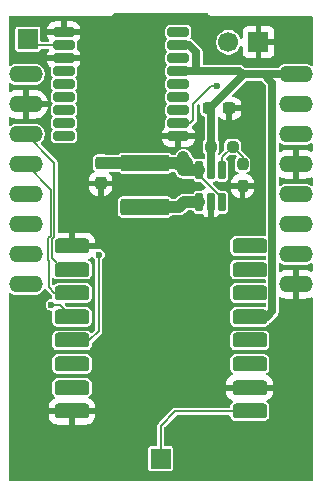
<source format=gbr>
%TF.GenerationSoftware,KiCad,Pcbnew,9.0.6*%
%TF.CreationDate,2025-12-01T19:29:45+01:00*%
%TF.ProjectId,_SSDV,b5535344-562e-46b6-9963-61645f706362,0.1*%
%TF.SameCoordinates,Original*%
%TF.FileFunction,Copper,L1,Top*%
%TF.FilePolarity,Positive*%
%FSLAX46Y46*%
G04 Gerber Fmt 4.6, Leading zero omitted, Abs format (unit mm)*
G04 Created by KiCad (PCBNEW 9.0.6) date 2025-12-01 19:29:45*
%MOMM*%
%LPD*%
G01*
G04 APERTURE LIST*
G04 Aperture macros list*
%AMRoundRect*
0 Rectangle with rounded corners*
0 $1 Rounding radius*
0 $2 $3 $4 $5 $6 $7 $8 $9 X,Y pos of 4 corners*
0 Add a 4 corners polygon primitive as box body*
4,1,4,$2,$3,$4,$5,$6,$7,$8,$9,$2,$3,0*
0 Add four circle primitives for the rounded corners*
1,1,$1+$1,$2,$3*
1,1,$1+$1,$4,$5*
1,1,$1+$1,$6,$7*
1,1,$1+$1,$8,$9*
0 Add four rect primitives between the rounded corners*
20,1,$1+$1,$2,$3,$4,$5,0*
20,1,$1+$1,$4,$5,$6,$7,0*
20,1,$1+$1,$6,$7,$8,$9,0*
20,1,$1+$1,$8,$9,$2,$3,0*%
G04 Aperture macros list end*
%TA.AperFunction,ComponentPad*%
%ADD10R,1.700000X1.700000*%
%TD*%
%TA.AperFunction,SMDPad,CuDef*%
%ADD11RoundRect,0.200000X0.700000X0.200000X-0.700000X0.200000X-0.700000X-0.200000X0.700000X-0.200000X0*%
%TD*%
%TA.AperFunction,SMDPad,CuDef*%
%ADD12RoundRect,0.237500X-0.237500X0.250000X-0.237500X-0.250000X0.237500X-0.250000X0.237500X0.250000X0*%
%TD*%
%TA.AperFunction,SMDPad,CuDef*%
%ADD13RoundRect,0.237500X-0.300000X-0.237500X0.300000X-0.237500X0.300000X0.237500X-0.300000X0.237500X0*%
%TD*%
%TA.AperFunction,ComponentPad*%
%ADD14C,1.700000*%
%TD*%
%TA.AperFunction,SMDPad,CuDef*%
%ADD15RoundRect,0.237500X-0.250000X-0.237500X0.250000X-0.237500X0.250000X0.237500X-0.250000X0.237500X0*%
%TD*%
%TA.AperFunction,ComponentPad*%
%ADD16O,2.844800X1.422400*%
%TD*%
%TA.AperFunction,SMDPad,CuDef*%
%ADD17RoundRect,0.162500X0.162500X-0.617500X0.162500X0.617500X-0.162500X0.617500X-0.162500X-0.617500X0*%
%TD*%
%TA.AperFunction,SMDPad,CuDef*%
%ADD18RoundRect,0.249999X-1.850001X0.450001X-1.850001X-0.450001X1.850001X-0.450001X1.850001X0.450001X0*%
%TD*%
%TA.AperFunction,SMDPad,CuDef*%
%ADD19RoundRect,0.317500X-1.157500X-0.317500X1.157500X-0.317500X1.157500X0.317500X-1.157500X0.317500X0*%
%TD*%
%TA.AperFunction,SMDPad,CuDef*%
%ADD20RoundRect,0.237500X-0.237500X0.300000X-0.237500X-0.300000X0.237500X-0.300000X0.237500X0.300000X0*%
%TD*%
%TA.AperFunction,ViaPad*%
%ADD21C,0.600000*%
%TD*%
%TA.AperFunction,Conductor*%
%ADD22C,0.200000*%
%TD*%
%TA.AperFunction,Conductor*%
%ADD23C,1.000000*%
%TD*%
%TA.AperFunction,Conductor*%
%ADD24C,0.700000*%
%TD*%
G04 APERTURE END LIST*
D10*
%TO.P,ANT1,1,1*%
%TO.N,Net-(U2-RF_IN)*%
X82000000Y-45000000D03*
%TD*%
D11*
%TO.P,U2,1,GND*%
%TO.N,GND*%
X94750000Y-53200000D03*
%TO.P,U2,2,TXD1*%
%TO.N,GPS_RX*%
X94750000Y-52100000D03*
%TO.P,U2,3,RXD1*%
%TO.N,unconnected-(U2-RXD1-Pad3)*%
X94750000Y-51000000D03*
%TO.P,U2,4,1PPS*%
%TO.N,unconnected-(U2-1PPS-Pad4)*%
X94750000Y-49900000D03*
%TO.P,U2,5,STANDBY*%
%TO.N,unconnected-(U2-STANDBY-Pad5)*%
X94750000Y-48800000D03*
%TO.P,U2,6,V_BCKP*%
%TO.N,+3V3*%
X94750000Y-47700000D03*
%TO.P,U2,7,NC*%
%TO.N,unconnected-(U2-NC-Pad7)*%
X94750000Y-46600000D03*
%TO.P,U2,8,VCC*%
%TO.N,+3V3*%
X94750000Y-45500000D03*
%TO.P,U2,9,~{RESET}*%
%TO.N,unconnected-(U2-~{RESET}-Pad9)*%
X94750000Y-44400000D03*
%TO.P,U2,10,GND*%
%TO.N,GND*%
X85050000Y-44400000D03*
%TO.P,U2,11,RF_IN*%
%TO.N,Net-(U2-RF_IN)*%
X85050000Y-45500000D03*
%TO.P,U2,12,GND*%
%TO.N,GND*%
X85050000Y-46600000D03*
%TO.P,U2,13,ANTON*%
%TO.N,unconnected-(U2-ANTON-Pad13)*%
X85050000Y-47700000D03*
%TO.P,U2,14,VCC_RF*%
%TO.N,unconnected-(U2-VCC_RF-Pad14)*%
X85050000Y-48800000D03*
%TO.P,U2,15,NC*%
%TO.N,unconnected-(U2-NC-Pad15)*%
X85050000Y-49900000D03*
%TO.P,U2,16,RESERVED*%
%TO.N,unconnected-(U2-RESERVED-Pad16)*%
X85050000Y-51000000D03*
%TO.P,U2,17,RESERVED*%
%TO.N,unconnected-(U2-RESERVED-Pad17)*%
X85050000Y-52100000D03*
%TO.P,U2,18,RESERVED*%
%TO.N,unconnected-(U2-RESERVED-Pad18)*%
X85050000Y-53200000D03*
%TD*%
D12*
%TO.P,R2,1*%
%TO.N,Net-(U4-V_{FB})*%
X100175000Y-55600000D03*
%TO.P,R2,2*%
%TO.N,GND*%
X100175000Y-57425000D03*
%TD*%
D13*
%TO.P,C3,1*%
%TO.N,+3V3*%
X97312500Y-50850000D03*
%TO.P,C3,2*%
%TO.N,GND*%
X99037500Y-50850000D03*
%TD*%
D10*
%TO.P,J1,1,Pin_1*%
%TO.N,GND*%
X101525000Y-45250000D03*
D14*
%TO.P,J1,2,Pin_2*%
%TO.N,+BATT*%
X98985000Y-45250000D03*
%TD*%
D15*
%TO.P,R1,1*%
%TO.N,+3V3*%
X97512500Y-54100000D03*
%TO.P,R1,2*%
%TO.N,Net-(U4-V_{FB})*%
X99337500Y-54100000D03*
%TD*%
D16*
%TO.P,U1,P$1,5V*%
%TO.N,unconnected-(U1-5V-PadP$1)*%
X81820000Y-47978500D03*
%TO.P,U1,P$2,GND*%
%TO.N,GND*%
X81820000Y-50518500D03*
%TO.P,U1,P$3,IO12*%
%TO.N,MISO*%
X81820000Y-53058500D03*
%TO.P,U1,P$4,IO13*%
%TO.N,MOSI*%
X81820000Y-55598500D03*
%TO.P,U1,P$5,IO15*%
%TO.N,CS*%
X81820000Y-58138500D03*
%TO.P,U1,P$6,IO14*%
%TO.N,SCK*%
X81820000Y-60678500D03*
%TO.P,U1,P$7,IO2*%
%TO.N,unconnected-(U1-IO2-PadP$7)*%
X81820000Y-63218500D03*
%TO.P,U1,P$8,IO4*%
%TO.N,unconnected-(U1-IO4-PadP$8)*%
X81820000Y-65758500D03*
%TO.P,U1,P$9,.GND*%
%TO.N,GND*%
X104680000Y-65758500D03*
%TO.P,U1,P$10,IO1/U0T*%
%TO.N,TX*%
X104680000Y-63218500D03*
%TO.P,U1,P$11,IO3/U0R*%
%TO.N,RX*%
X104680000Y-60678500D03*
%TO.P,U1,P$12,3V3.*%
%TO.N,unconnected-(U1-3V3.-PadP$12)*%
X104680000Y-58138500D03*
%TO.P,U1,P$13,GND.*%
%TO.N,GND*%
X104680000Y-55598500D03*
%TO.P,U1,P$14,IO0*%
%TO.N,IO0*%
X104680000Y-53058500D03*
%TO.P,U1,P$15,IO16*%
%TO.N,GPS_RX*%
X104680000Y-50518500D03*
%TO.P,U1,P$16,3V3*%
%TO.N,+3V3*%
X104680000Y-47978500D03*
%TD*%
D17*
%TO.P,U4,1,SW*%
%TO.N,Net-(U4-SW)*%
X96525000Y-58800000D03*
%TO.P,U4,2,GND*%
%TO.N,GND*%
X97475000Y-58800000D03*
%TO.P,U4,3,EN*%
%TO.N,+BATT*%
X98425000Y-58800000D03*
%TO.P,U4,4,V_{FB}*%
%TO.N,Net-(U4-V_{FB})*%
X98425000Y-56100000D03*
%TO.P,U4,5,V_{OUT}*%
%TO.N,+3V3*%
X97475000Y-56100000D03*
%TO.P,U4,6,V_{IN}*%
%TO.N,+BATT*%
X96525000Y-56100000D03*
%TD*%
D10*
%TO.P,ANT2,1,1*%
%TO.N,Net-(U3-ANT)*%
X93250000Y-80500000D03*
%TD*%
D18*
%TO.P,L1,1,1*%
%TO.N,+BATT*%
X91925000Y-55500000D03*
%TO.P,L1,2,2*%
%TO.N,Net-(U4-SW)*%
X91925000Y-59200000D03*
%TD*%
D19*
%TO.P,U3,1,GND*%
%TO.N,GND*%
X85725000Y-62500000D03*
%TO.P,U3,2,MISO*%
%TO.N,MISO*%
X85725000Y-64500000D03*
%TO.P,U3,3,MOSI*%
%TO.N,MOSI*%
X85725000Y-66500000D03*
%TO.P,U3,4,SCK*%
%TO.N,SCK*%
X85725000Y-68500000D03*
%TO.P,U3,5,NSS*%
%TO.N,CS*%
X85725000Y-70500000D03*
%TO.P,U3,6,RESET*%
%TO.N,unconnected-(U3-RESET-Pad6)*%
X85725000Y-72500000D03*
%TO.P,U3,7,DIO5*%
%TO.N,unconnected-(U3-DIO5-Pad7)*%
X85725000Y-74500000D03*
%TO.P,U3,8,GND*%
%TO.N,GND*%
X85725000Y-76500000D03*
%TO.P,U3,9,ANT*%
%TO.N,Net-(U3-ANT)*%
X100775000Y-76500000D03*
%TO.P,U3,10,GND*%
%TO.N,GND*%
X100775000Y-74500000D03*
%TO.P,U3,11,DIO3*%
%TO.N,unconnected-(U3-DIO3-Pad11)*%
X100775000Y-72500000D03*
%TO.P,U3,12,DIO4*%
%TO.N,unconnected-(U3-DIO4-Pad12)*%
X100775000Y-70500000D03*
%TO.P,U3,13,3.3V*%
%TO.N,+3V3*%
X100775000Y-68500000D03*
%TO.P,U3,14,DIO0*%
%TO.N,unconnected-(U3-DIO0-Pad14)*%
X100775000Y-66500000D03*
%TO.P,U3,15,DIO1*%
%TO.N,unconnected-(U3-DIO1-Pad15)*%
X100775000Y-64500000D03*
%TO.P,U3,16,DIO2*%
%TO.N,unconnected-(U3-DIO2-Pad16)*%
X100775000Y-62500000D03*
%TD*%
D20*
%TO.P,C2,1*%
%TO.N,+BATT*%
X88175000Y-55487500D03*
%TO.P,C2,2*%
%TO.N,GND*%
X88175000Y-57212500D03*
%TD*%
D21*
%TO.N,GPS_RX*%
X98000000Y-49000000D03*
%TO.N,+BATT*%
X95175000Y-56100000D03*
X95175000Y-55000000D03*
X95750000Y-55500000D03*
X94662500Y-55587500D03*
%TO.N,GND*%
X91250000Y-64250000D03*
X101250000Y-52750000D03*
X87000000Y-59750000D03*
X90250000Y-51000000D03*
X100500000Y-59750000D03*
X95250000Y-74000000D03*
X104750000Y-45000000D03*
X91250000Y-71000000D03*
X82000000Y-75750000D03*
X100750000Y-54000000D03*
X97250000Y-61500000D03*
X97250000Y-67250000D03*
X89750000Y-77250000D03*
X81750000Y-70000000D03*
X86250000Y-80000000D03*
X90000000Y-46000000D03*
%TO.N,CS*%
X88000000Y-63250000D03*
%TO.N,SCK*%
X84000000Y-67500000D03*
%TD*%
D22*
%TO.N,GPS_RX*%
X94750000Y-52100000D02*
X95749714Y-52100000D01*
X95749714Y-52100000D02*
X96000000Y-51849714D01*
X96000000Y-51849714D02*
X96000000Y-50500000D01*
X96000000Y-50500000D02*
X97500000Y-49000000D01*
X97500000Y-49000000D02*
X98000000Y-49000000D01*
D23*
%TO.N,+BATT*%
X91925000Y-55500000D02*
X94575000Y-55500000D01*
X94575000Y-55500000D02*
X94662500Y-55587500D01*
D22*
X96525000Y-56525000D02*
X96525000Y-56100000D01*
D23*
X95175000Y-56100000D02*
X96525000Y-56100000D01*
X95175000Y-55000000D02*
X95175000Y-55175000D01*
D22*
X98425000Y-58800000D02*
X98425000Y-58425000D01*
D23*
X88187500Y-55500000D02*
X88175000Y-55487500D01*
X95175000Y-55175000D02*
X95500000Y-55500000D01*
X91925000Y-55500000D02*
X88187500Y-55500000D01*
D22*
X98425000Y-58425000D02*
X96525000Y-56525000D01*
D24*
%TO.N,+3V3*%
X97512500Y-54100000D02*
X97512500Y-51050000D01*
X102250000Y-68500000D02*
X100775000Y-68500000D01*
X102701000Y-68049000D02*
X102250000Y-68500000D01*
D22*
X97475000Y-53887500D02*
X97512500Y-53850000D01*
D24*
X96250000Y-47700000D02*
X96250000Y-46100000D01*
X96250000Y-47700000D02*
X94750000Y-47700000D01*
X96250000Y-46100000D02*
X95650000Y-45500000D01*
X97400000Y-50850000D02*
X100184000Y-48066000D01*
X102701000Y-48679500D02*
X102701000Y-68049000D01*
D22*
X97512500Y-56062500D02*
X97475000Y-56100000D01*
D24*
X95650000Y-45500000D02*
X94750000Y-45500000D01*
X102000000Y-47978500D02*
X102701000Y-48679500D01*
X97512500Y-51050000D02*
X97312500Y-50850000D01*
X100184000Y-47978500D02*
X99905500Y-47700000D01*
X99905500Y-47700000D02*
X96250000Y-47700000D01*
X100184000Y-47978500D02*
X102000000Y-47978500D01*
X102000000Y-47978500D02*
X104680000Y-47978500D01*
X97512500Y-54100000D02*
X97512500Y-56062500D01*
X100184000Y-48066000D02*
X100184000Y-47978500D01*
X97312500Y-50850000D02*
X97400000Y-50850000D01*
D23*
%TO.N,Net-(U4-SW)*%
X95225000Y-58800000D02*
X96525000Y-58800000D01*
X94825000Y-59200000D02*
X95225000Y-58800000D01*
X91925000Y-59200000D02*
X94825000Y-59200000D01*
D22*
%TO.N,Net-(U4-V_{FB})*%
X98425000Y-56100000D02*
X98425000Y-55012500D01*
X100175000Y-55600000D02*
X100175000Y-54937500D01*
X99675000Y-54187500D02*
X99337500Y-53850000D01*
X98425000Y-55012500D02*
X99337500Y-54100000D01*
X100175000Y-54937500D02*
X99337500Y-54100000D01*
%TO.N,Net-(U2-RF_IN)*%
X82500000Y-45500000D02*
X82000000Y-45000000D01*
X85050000Y-45500000D02*
X82500000Y-45500000D01*
%TO.N,Net-(U3-ANT)*%
X93250000Y-77750000D02*
X93250000Y-80500000D01*
X94500000Y-76500000D02*
X93250000Y-77750000D01*
X100775000Y-76500000D02*
X94500000Y-76500000D01*
%TO.N,MISO*%
X84250000Y-55488500D02*
X84250000Y-61750000D01*
X84250000Y-61750000D02*
X84049000Y-61951000D01*
X84049000Y-63549000D02*
X85000000Y-64500000D01*
X85000000Y-64500000D02*
X85725000Y-64500000D01*
X84049000Y-61951000D02*
X84049000Y-63549000D01*
X81820000Y-53058500D02*
X84250000Y-55488500D01*
%TO.N,MOSI*%
X83750000Y-66000000D02*
X84250000Y-66500000D01*
X83748000Y-63673678D02*
X83750000Y-63675678D01*
X83750000Y-63675678D02*
X83750000Y-66000000D01*
X84250000Y-66500000D02*
X85725000Y-66500000D01*
X83748000Y-61826322D02*
X83748000Y-63673678D01*
X83949000Y-61625322D02*
X83748000Y-61826322D01*
X83949000Y-57727500D02*
X83949000Y-61625322D01*
X81820000Y-55598500D02*
X83949000Y-57727500D01*
%TO.N,CS*%
X87200000Y-70500000D02*
X88000000Y-69700000D01*
X85725000Y-70500000D02*
X87200000Y-70500000D01*
X88000000Y-69700000D02*
X88000000Y-63250000D01*
%TO.N,SCK*%
X84725000Y-67500000D02*
X85725000Y-68500000D01*
X84000000Y-67500000D02*
X84725000Y-67500000D01*
%TD*%
%TA.AperFunction,Conductor*%
%TO.N,GND*%
G36*
X97126589Y-42750607D02*
G01*
X97128481Y-42750071D01*
X97155521Y-42760007D01*
X97182912Y-42768907D01*
X97184067Y-42770497D01*
X97185912Y-42771175D01*
X97201941Y-42795098D01*
X97217293Y-42816229D01*
X97217584Y-42816111D01*
X97217817Y-42816681D01*
X97217828Y-42816837D01*
X97217956Y-42817141D01*
X97218876Y-42818407D01*
X97219801Y-42821532D01*
X97219972Y-42821945D01*
X97240049Y-42856720D01*
X97240069Y-42856755D01*
X97240071Y-42856757D01*
X97259488Y-42890410D01*
X97259518Y-42890440D01*
X97259540Y-42890478D01*
X97287435Y-42918373D01*
X97287447Y-42918397D01*
X97287453Y-42918392D01*
X97315419Y-42946373D01*
X97315421Y-42946375D01*
X97315423Y-42946376D01*
X97315482Y-42946421D01*
X97315484Y-42946422D01*
X97315489Y-42946427D01*
X97345042Y-42963489D01*
X97349087Y-42965825D01*
X97349107Y-42965837D01*
X97383933Y-42985956D01*
X97383999Y-42985983D01*
X97384005Y-42985984D01*
X97384011Y-42985988D01*
X97421769Y-42996105D01*
X97421790Y-42996119D01*
X97421792Y-42996112D01*
X97435927Y-42999903D01*
X97460353Y-43006456D01*
X97460358Y-43006456D01*
X97460436Y-43006466D01*
X97460438Y-43006467D01*
X97460439Y-43006467D01*
X97499054Y-43006467D01*
X106010530Y-43008885D01*
X106068713Y-43027809D01*
X106104663Y-43077319D01*
X106109500Y-43107885D01*
X106109500Y-47176744D01*
X106090593Y-47234935D01*
X106041093Y-47270899D01*
X105979907Y-47270899D01*
X105955499Y-47259060D01*
X105885506Y-47212293D01*
X105823052Y-47170562D01*
X105823049Y-47170560D01*
X105823048Y-47170560D01*
X105657133Y-47101836D01*
X105480997Y-47066800D01*
X105480995Y-47066800D01*
X103879005Y-47066800D01*
X103879002Y-47066800D01*
X103702867Y-47101836D01*
X103702865Y-47101836D01*
X103536950Y-47170560D01*
X103536949Y-47170560D01*
X103387622Y-47270338D01*
X103258959Y-47399003D01*
X103204442Y-47426781D01*
X103188955Y-47428000D01*
X100453033Y-47428000D01*
X100394842Y-47409093D01*
X100383030Y-47399004D01*
X100243517Y-47259492D01*
X100243515Y-47259490D01*
X100117985Y-47187016D01*
X100117982Y-47187015D01*
X100112872Y-47185645D01*
X100112872Y-47185646D01*
X99977975Y-47149500D01*
X99977974Y-47149500D01*
X96899500Y-47149500D01*
X96841309Y-47130593D01*
X96805345Y-47081093D01*
X96800500Y-47050500D01*
X96800500Y-46027525D01*
X96791665Y-45994552D01*
X96762984Y-45887515D01*
X96734405Y-45838015D01*
X96727931Y-45826801D01*
X96690514Y-45761990D01*
X96690511Y-45761987D01*
X96690510Y-45761985D01*
X96075057Y-45146532D01*
X97934500Y-45146532D01*
X97934500Y-45353467D01*
X97974869Y-45556418D01*
X98054058Y-45747597D01*
X98147546Y-45887512D01*
X98169023Y-45919655D01*
X98315345Y-46065977D01*
X98487402Y-46180941D01*
X98678580Y-46260130D01*
X98881535Y-46300500D01*
X98881536Y-46300500D01*
X99088464Y-46300500D01*
X99088465Y-46300500D01*
X99291420Y-46260130D01*
X99482598Y-46180941D01*
X99654655Y-46065977D01*
X99800977Y-45919655D01*
X99915941Y-45747598D01*
X99984536Y-45581994D01*
X100024273Y-45535470D01*
X100083767Y-45521186D01*
X100140295Y-45544601D01*
X100172265Y-45596770D01*
X100175000Y-45619881D01*
X100175000Y-46147824D01*
X100174999Y-46147824D01*
X100181401Y-46207370D01*
X100181403Y-46207381D01*
X100231646Y-46342088D01*
X100231647Y-46342090D01*
X100317807Y-46457184D01*
X100317815Y-46457192D01*
X100432909Y-46543352D01*
X100432911Y-46543353D01*
X100567618Y-46593596D01*
X100567629Y-46593598D01*
X100627176Y-46600000D01*
X101274999Y-46600000D01*
X101275000Y-46599999D01*
X101275000Y-45683012D01*
X101332007Y-45715925D01*
X101459174Y-45750000D01*
X101590826Y-45750000D01*
X101717993Y-45715925D01*
X101775000Y-45683012D01*
X101775000Y-46599999D01*
X101775001Y-46600000D01*
X102422824Y-46600000D01*
X102482370Y-46593598D01*
X102482381Y-46593596D01*
X102617088Y-46543353D01*
X102617090Y-46543352D01*
X102732184Y-46457192D01*
X102732192Y-46457184D01*
X102818352Y-46342090D01*
X102818353Y-46342088D01*
X102868596Y-46207381D01*
X102868598Y-46207370D01*
X102875000Y-46147824D01*
X102875000Y-45500001D01*
X102874999Y-45500000D01*
X101958012Y-45500000D01*
X101990925Y-45442993D01*
X102025000Y-45315826D01*
X102025000Y-45184174D01*
X101990925Y-45057007D01*
X101958012Y-45000000D01*
X102874999Y-45000000D01*
X102875000Y-44999999D01*
X102875000Y-44352175D01*
X102868598Y-44292629D01*
X102868596Y-44292618D01*
X102818353Y-44157911D01*
X102818352Y-44157909D01*
X102732192Y-44042815D01*
X102732184Y-44042807D01*
X102617090Y-43956647D01*
X102617088Y-43956646D01*
X102482381Y-43906403D01*
X102482370Y-43906401D01*
X102422824Y-43900000D01*
X101775001Y-43900000D01*
X101775000Y-43900001D01*
X101775000Y-44816988D01*
X101717993Y-44784075D01*
X101590826Y-44750000D01*
X101459174Y-44750000D01*
X101332007Y-44784075D01*
X101275000Y-44816988D01*
X101275000Y-43900001D01*
X101274999Y-43900000D01*
X100627176Y-43900000D01*
X100567629Y-43906401D01*
X100567618Y-43906403D01*
X100432911Y-43956646D01*
X100432909Y-43956647D01*
X100317815Y-44042807D01*
X100317807Y-44042815D01*
X100231647Y-44157909D01*
X100231646Y-44157911D01*
X100181403Y-44292618D01*
X100181401Y-44292629D01*
X100175000Y-44352175D01*
X100175000Y-44880118D01*
X100156093Y-44938309D01*
X100106593Y-44974273D01*
X100045407Y-44974273D01*
X99995907Y-44938309D01*
X99984536Y-44918004D01*
X99915941Y-44752402D01*
X99800979Y-44580348D01*
X99800977Y-44580345D01*
X99654655Y-44434023D01*
X99482598Y-44319059D01*
X99482599Y-44319059D01*
X99482597Y-44319058D01*
X99291418Y-44239869D01*
X99088467Y-44199500D01*
X99088465Y-44199500D01*
X98881535Y-44199500D01*
X98881532Y-44199500D01*
X98678581Y-44239869D01*
X98487402Y-44319058D01*
X98315348Y-44434020D01*
X98169020Y-44580348D01*
X98054058Y-44752402D01*
X97974869Y-44943581D01*
X97934500Y-45146532D01*
X96075057Y-45146532D01*
X95988015Y-45059490D01*
X95862485Y-44987016D01*
X95862482Y-44987015D01*
X95857369Y-44985644D01*
X95857369Y-44985645D01*
X95839625Y-44980890D01*
X95788312Y-44947565D01*
X95766387Y-44890443D01*
X95777042Y-44840318D01*
X95778047Y-44838344D01*
X95778050Y-44838342D01*
X95835646Y-44725304D01*
X95850500Y-44631519D01*
X95850499Y-44168482D01*
X95844445Y-44130253D01*
X95835647Y-44074700D01*
X95835646Y-44074698D01*
X95835646Y-44074696D01*
X95778050Y-43961658D01*
X95688342Y-43871950D01*
X95575304Y-43814354D01*
X95575305Y-43814354D01*
X95481521Y-43799500D01*
X94018478Y-43799500D01*
X94018476Y-43799501D01*
X93924700Y-43814352D01*
X93924695Y-43814354D01*
X93811659Y-43871949D01*
X93721949Y-43961659D01*
X93664354Y-44074695D01*
X93649500Y-44168477D01*
X93649500Y-44631520D01*
X93649501Y-44631523D01*
X93664352Y-44725299D01*
X93664354Y-44725304D01*
X93721950Y-44838342D01*
X93763606Y-44879998D01*
X93791382Y-44934513D01*
X93781811Y-44994945D01*
X93763607Y-45020000D01*
X93726601Y-45057007D01*
X93721949Y-45061659D01*
X93664354Y-45174695D01*
X93649500Y-45268477D01*
X93649500Y-45731520D01*
X93649501Y-45731523D01*
X93664352Y-45825299D01*
X93664354Y-45825304D01*
X93721950Y-45938342D01*
X93763606Y-45979998D01*
X93791382Y-46034513D01*
X93781811Y-46094945D01*
X93763607Y-46120000D01*
X93735784Y-46147824D01*
X93721949Y-46161659D01*
X93664354Y-46274695D01*
X93649500Y-46368477D01*
X93649500Y-46831520D01*
X93649501Y-46831523D01*
X93664352Y-46925299D01*
X93664354Y-46925304D01*
X93721950Y-47038342D01*
X93763606Y-47079998D01*
X93791382Y-47134513D01*
X93781811Y-47194945D01*
X93763607Y-47220000D01*
X93729118Y-47254490D01*
X93721949Y-47261659D01*
X93664354Y-47374695D01*
X93649500Y-47468477D01*
X93649500Y-47931520D01*
X93649501Y-47931523D01*
X93664352Y-48025299D01*
X93664354Y-48025304D01*
X93721950Y-48138342D01*
X93763606Y-48179998D01*
X93791382Y-48234513D01*
X93781811Y-48294945D01*
X93763607Y-48320000D01*
X93721950Y-48361658D01*
X93721949Y-48361659D01*
X93664354Y-48474695D01*
X93649500Y-48568477D01*
X93649500Y-49031520D01*
X93649501Y-49031523D01*
X93664352Y-49125299D01*
X93664354Y-49125304D01*
X93721950Y-49238342D01*
X93763606Y-49279998D01*
X93791382Y-49334513D01*
X93781811Y-49394945D01*
X93763607Y-49420000D01*
X93731821Y-49451787D01*
X93721949Y-49461659D01*
X93664354Y-49574695D01*
X93649500Y-49668477D01*
X93649500Y-50131520D01*
X93649501Y-50131523D01*
X93664352Y-50225299D01*
X93664354Y-50225304D01*
X93721950Y-50338342D01*
X93763606Y-50379998D01*
X93791382Y-50434513D01*
X93781811Y-50494945D01*
X93763607Y-50520000D01*
X93739075Y-50544533D01*
X93721949Y-50561659D01*
X93664354Y-50674695D01*
X93649500Y-50768477D01*
X93649500Y-51231520D01*
X93649501Y-51231523D01*
X93664352Y-51325299D01*
X93664354Y-51325304D01*
X93721950Y-51438342D01*
X93763606Y-51479998D01*
X93791382Y-51534513D01*
X93781811Y-51594945D01*
X93763607Y-51620000D01*
X93742647Y-51640961D01*
X93721949Y-51661659D01*
X93664354Y-51774695D01*
X93649500Y-51868477D01*
X93649500Y-52331517D01*
X93652577Y-52350942D01*
X93643003Y-52411373D01*
X93619091Y-52440421D01*
X93619361Y-52440691D01*
X93616581Y-52443470D01*
X93615855Y-52444353D01*
X93615134Y-52444917D01*
X93494924Y-52565127D01*
X93406982Y-52710599D01*
X93406979Y-52710607D01*
X93356410Y-52872889D01*
X93356408Y-52872895D01*
X93350000Y-52943418D01*
X93350000Y-52949999D01*
X93350001Y-52950000D01*
X96149998Y-52950000D01*
X96149999Y-52949999D01*
X96149999Y-52943433D01*
X96149998Y-52943417D01*
X96143591Y-52872896D01*
X96143589Y-52872890D01*
X96093020Y-52710607D01*
X96093017Y-52710599D01*
X96005075Y-52565127D01*
X95927015Y-52487067D01*
X95899238Y-52432550D01*
X95908809Y-52372118D01*
X95930558Y-52345969D01*
X95929637Y-52345048D01*
X95990175Y-52284511D01*
X96127885Y-52146800D01*
X96240460Y-52034225D01*
X96269451Y-51984011D01*
X96280021Y-51965703D01*
X96300500Y-51889276D01*
X96300500Y-50665478D01*
X96302968Y-50657880D01*
X96301719Y-50649991D01*
X96312243Y-50629335D01*
X96319407Y-50607287D01*
X96329490Y-50595480D01*
X96405497Y-50519473D01*
X96460013Y-50491697D01*
X96520445Y-50501268D01*
X96563710Y-50544533D01*
X96574500Y-50589478D01*
X96574500Y-51140266D01*
X96577274Y-51169844D01*
X96577276Y-51169852D01*
X96620884Y-51294476D01*
X96644474Y-51326439D01*
X96699289Y-51400711D01*
X96699292Y-51400713D01*
X96699293Y-51400714D01*
X96805523Y-51479115D01*
X96805524Y-51479115D01*
X96805525Y-51479116D01*
X96895698Y-51510669D01*
X96944378Y-51547734D01*
X96962000Y-51604113D01*
X96962000Y-53499490D01*
X96943093Y-53557681D01*
X96942655Y-53558278D01*
X96870884Y-53655523D01*
X96827276Y-53780147D01*
X96827274Y-53780155D01*
X96824500Y-53809733D01*
X96824500Y-54390266D01*
X96827274Y-54419844D01*
X96827276Y-54419852D01*
X96870884Y-54544476D01*
X96942655Y-54641722D01*
X96961997Y-54699769D01*
X96962000Y-54700510D01*
X96962000Y-55054044D01*
X96943093Y-55112235D01*
X96893593Y-55148199D01*
X96832407Y-55148199D01*
X96819521Y-55142985D01*
X96792510Y-55129780D01*
X96778397Y-55127724D01*
X96721949Y-55119500D01*
X96721945Y-55119500D01*
X96328056Y-55119500D01*
X96328048Y-55119501D01*
X96257495Y-55129778D01*
X96257487Y-55129781D01*
X96212819Y-55151618D01*
X96152237Y-55160189D01*
X96098187Y-55131513D01*
X96087029Y-55117686D01*
X96044113Y-55053457D01*
X95965492Y-54974836D01*
X95885272Y-54894615D01*
X95858178Y-54843926D01*
X95854138Y-54823616D01*
X95848580Y-54795672D01*
X95814886Y-54714328D01*
X95795777Y-54668193D01*
X95795771Y-54668182D01*
X95719114Y-54553458D01*
X95621541Y-54455885D01*
X95506817Y-54379228D01*
X95506806Y-54379222D01*
X95379328Y-54326420D01*
X95243995Y-54299500D01*
X95243993Y-54299500D01*
X95106007Y-54299500D01*
X95106004Y-54299500D01*
X94970672Y-54326420D01*
X94970670Y-54326420D01*
X94843193Y-54379222D01*
X94843182Y-54379228D01*
X94728458Y-54455885D01*
X94630885Y-54553458D01*
X94554228Y-54668182D01*
X94554222Y-54668193D01*
X94525149Y-54738385D01*
X94485413Y-54784911D01*
X94433685Y-54799500D01*
X94200007Y-54799500D01*
X94141816Y-54780593D01*
X94120352Y-54759288D01*
X94097150Y-54727850D01*
X94097148Y-54727847D01*
X93987884Y-54647207D01*
X93859704Y-54602355D01*
X93859695Y-54602353D01*
X93829274Y-54599500D01*
X90020732Y-54599500D01*
X89990303Y-54602353D01*
X89862113Y-54647208D01*
X89752852Y-54727847D01*
X89752851Y-54727847D01*
X89736872Y-54749500D01*
X89729647Y-54759287D01*
X89679882Y-54794880D01*
X89649993Y-54799500D01*
X88646628Y-54799500D01*
X88613931Y-54793944D01*
X88503968Y-54755466D01*
X88494852Y-54752276D01*
X88494851Y-54752275D01*
X88494849Y-54752275D01*
X88494847Y-54752274D01*
X88494844Y-54752274D01*
X88465266Y-54749500D01*
X88465256Y-54749500D01*
X87884744Y-54749500D01*
X87884733Y-54749500D01*
X87855155Y-54752274D01*
X87855147Y-54752276D01*
X87730523Y-54795884D01*
X87624293Y-54874285D01*
X87624285Y-54874293D01*
X87545884Y-54980523D01*
X87502276Y-55105147D01*
X87502274Y-55105155D01*
X87499500Y-55134733D01*
X87499500Y-55283071D01*
X87497598Y-55302385D01*
X87474500Y-55418503D01*
X87474500Y-55556496D01*
X87497598Y-55672613D01*
X87499500Y-55691927D01*
X87499500Y-55840266D01*
X87502274Y-55869844D01*
X87502276Y-55869852D01*
X87545884Y-55994476D01*
X87628694Y-56106680D01*
X87626673Y-56108171D01*
X87649177Y-56152338D01*
X87639606Y-56212770D01*
X87603369Y-56252085D01*
X87476964Y-56330053D01*
X87355053Y-56451964D01*
X87264548Y-56598693D01*
X87210318Y-56762351D01*
X87200000Y-56863344D01*
X87200000Y-56962499D01*
X87200001Y-56962500D01*
X89149998Y-56962500D01*
X89149999Y-56962499D01*
X89149999Y-56863345D01*
X89139682Y-56762357D01*
X89139679Y-56762345D01*
X89085451Y-56598693D01*
X88994946Y-56451964D01*
X88912486Y-56369504D01*
X88884709Y-56314987D01*
X88894280Y-56254555D01*
X88937545Y-56211290D01*
X88982490Y-56200500D01*
X89649993Y-56200500D01*
X89708184Y-56219407D01*
X89729647Y-56240711D01*
X89739864Y-56254555D01*
X89752851Y-56272152D01*
X89862115Y-56352792D01*
X89862116Y-56352792D01*
X89862117Y-56352793D01*
X89990300Y-56397646D01*
X90020733Y-56400500D01*
X93829266Y-56400499D01*
X93829267Y-56400499D01*
X93835352Y-56399928D01*
X93859700Y-56397646D01*
X93987883Y-56352793D01*
X94018695Y-56330053D01*
X94050392Y-56306659D01*
X94097147Y-56272152D01*
X94097148Y-56272152D01*
X94097148Y-56272150D01*
X94097150Y-56272150D01*
X94120352Y-56240712D01*
X94132810Y-56231802D01*
X94141816Y-56219407D01*
X94157072Y-56214449D01*
X94170118Y-56205120D01*
X94200007Y-56200500D01*
X94292226Y-56200500D01*
X94330111Y-56208036D01*
X94372274Y-56225500D01*
X94450867Y-56258054D01*
X94497392Y-56297789D01*
X94504445Y-56311631D01*
X94554224Y-56431809D01*
X94554228Y-56431817D01*
X94630885Y-56546541D01*
X94728458Y-56644114D01*
X94843182Y-56720771D01*
X94843193Y-56720777D01*
X94843640Y-56720962D01*
X94970672Y-56773580D01*
X95106007Y-56800500D01*
X95937221Y-56800500D01*
X95995412Y-56819407D01*
X96026161Y-56856019D01*
X96062985Y-56931342D01*
X96062986Y-56931344D01*
X96062987Y-56931345D01*
X96062988Y-56931347D01*
X96148653Y-57017012D01*
X96257491Y-57070220D01*
X96328051Y-57080500D01*
X96614520Y-57080499D01*
X96672710Y-57099406D01*
X96684524Y-57109495D01*
X97018028Y-57442999D01*
X97045805Y-57497516D01*
X97036234Y-57557948D01*
X96999241Y-57597725D01*
X96900926Y-57657158D01*
X96787156Y-57770928D01*
X96786675Y-57771725D01*
X96786231Y-57772108D01*
X96783466Y-57775638D01*
X96782774Y-57775096D01*
X96740386Y-57811738D01*
X96701958Y-57819500D01*
X96328056Y-57819500D01*
X96328048Y-57819501D01*
X96257495Y-57829778D01*
X96257485Y-57829781D01*
X96148656Y-57882985D01*
X96062987Y-57968654D01*
X96026163Y-58043980D01*
X95983619Y-58087954D01*
X95937222Y-58099500D01*
X95156004Y-58099500D01*
X95047591Y-58121064D01*
X95047591Y-58121065D01*
X95034131Y-58123742D01*
X95020670Y-58126420D01*
X94975866Y-58144979D01*
X94893189Y-58179224D01*
X94801503Y-58240488D01*
X94801502Y-58240489D01*
X94778457Y-58255886D01*
X94563839Y-58470504D01*
X94509323Y-58498281D01*
X94493836Y-58499500D01*
X94200007Y-58499500D01*
X94141816Y-58480593D01*
X94120352Y-58459288D01*
X94097150Y-58427850D01*
X94097148Y-58427847D01*
X93987884Y-58347207D01*
X93859704Y-58302355D01*
X93859695Y-58302353D01*
X93829274Y-58299500D01*
X90020732Y-58299500D01*
X89990303Y-58302353D01*
X89862113Y-58347208D01*
X89752854Y-58427845D01*
X89752845Y-58427854D01*
X89672207Y-58537115D01*
X89627355Y-58665295D01*
X89627353Y-58665304D01*
X89624500Y-58695724D01*
X89624500Y-59704267D01*
X89627353Y-59734696D01*
X89627353Y-59734698D01*
X89627354Y-59734700D01*
X89643380Y-59780499D01*
X89672208Y-59862886D01*
X89752845Y-59972145D01*
X89752854Y-59972154D01*
X89862115Y-60052792D01*
X89862116Y-60052792D01*
X89862117Y-60052793D01*
X89990300Y-60097646D01*
X90020733Y-60100500D01*
X93829266Y-60100499D01*
X93829267Y-60100499D01*
X93835352Y-60099928D01*
X93859700Y-60097646D01*
X93987883Y-60052793D01*
X94097147Y-59972152D01*
X94097148Y-59972152D01*
X94097148Y-59972150D01*
X94097150Y-59972150D01*
X94120352Y-59940712D01*
X94170118Y-59905120D01*
X94200007Y-59900500D01*
X94893993Y-59900500D01*
X94893994Y-59900500D01*
X95029328Y-59873580D01*
X95156811Y-59820775D01*
X95271543Y-59744114D01*
X95384315Y-59631342D01*
X95486162Y-59529496D01*
X95540678Y-59501719D01*
X95556165Y-59500500D01*
X95937221Y-59500500D01*
X95995412Y-59519407D01*
X96026161Y-59556019D01*
X96062985Y-59631342D01*
X96062986Y-59631344D01*
X96062987Y-59631345D01*
X96062988Y-59631347D01*
X96148653Y-59717012D01*
X96257491Y-59770220D01*
X96328051Y-59780500D01*
X96701958Y-59780499D01*
X96760149Y-59799406D01*
X96783241Y-59824538D01*
X96783466Y-59824362D01*
X96785706Y-59827221D01*
X96786679Y-59828280D01*
X96787159Y-59829074D01*
X96900926Y-59942841D01*
X97038602Y-60026070D01*
X97038604Y-60026071D01*
X97192205Y-60073934D01*
X97225000Y-60076914D01*
X97225000Y-58899000D01*
X97243907Y-58840809D01*
X97293407Y-58804845D01*
X97324000Y-58800000D01*
X97626000Y-58800000D01*
X97684191Y-58818907D01*
X97720155Y-58868407D01*
X97725000Y-58899000D01*
X97725000Y-60076913D01*
X97757794Y-60073934D01*
X97911395Y-60026071D01*
X97911397Y-60026070D01*
X98049073Y-59942841D01*
X98162839Y-59829075D01*
X98163311Y-59828295D01*
X98163747Y-59827917D01*
X98166535Y-59824360D01*
X98167230Y-59824905D01*
X98209590Y-59788271D01*
X98248036Y-59780499D01*
X98621948Y-59780499D01*
X98669542Y-59773565D01*
X98692504Y-59770221D01*
X98692505Y-59770220D01*
X98692509Y-59770220D01*
X98692511Y-59770218D01*
X98692514Y-59770218D01*
X98801343Y-59717014D01*
X98801343Y-59717013D01*
X98801347Y-59717012D01*
X98887012Y-59631347D01*
X98940220Y-59522509D01*
X98950500Y-59451949D01*
X98950499Y-58148052D01*
X98940220Y-58077491D01*
X98940219Y-58077489D01*
X98940218Y-58077485D01*
X98887014Y-57968656D01*
X98887012Y-57968654D01*
X98887012Y-57968653D01*
X98801347Y-57882988D01*
X98692509Y-57829780D01*
X98621949Y-57819500D01*
X98621946Y-57819500D01*
X98285479Y-57819500D01*
X98277881Y-57817031D01*
X98269992Y-57818281D01*
X98249336Y-57807756D01*
X98227288Y-57800593D01*
X98215475Y-57790504D01*
X98099972Y-57675001D01*
X99200001Y-57675001D01*
X99200001Y-57724154D01*
X99210317Y-57825142D01*
X99210320Y-57825154D01*
X99264548Y-57988806D01*
X99355053Y-58135535D01*
X99476964Y-58257446D01*
X99623693Y-58347951D01*
X99787351Y-58402181D01*
X99888344Y-58412499D01*
X99924999Y-58412499D01*
X99925000Y-58412498D01*
X99925000Y-57675001D01*
X100425000Y-57675001D01*
X100425000Y-58412498D01*
X100425001Y-58412499D01*
X100461654Y-58412499D01*
X100562642Y-58402182D01*
X100562654Y-58402179D01*
X100726306Y-58347951D01*
X100873035Y-58257446D01*
X100994946Y-58135535D01*
X101085451Y-57988806D01*
X101139681Y-57825148D01*
X101150000Y-57724155D01*
X101150000Y-57675001D01*
X101149999Y-57675000D01*
X100425001Y-57675000D01*
X100425000Y-57675001D01*
X99925000Y-57675001D01*
X99924999Y-57675000D01*
X99200002Y-57675000D01*
X99200001Y-57675001D01*
X98099972Y-57675001D01*
X97666163Y-57241192D01*
X97638386Y-57186675D01*
X97647957Y-57126243D01*
X97691222Y-57082978D01*
X97721892Y-57073223D01*
X97742509Y-57070220D01*
X97742512Y-57070218D01*
X97742514Y-57070218D01*
X97851343Y-57017014D01*
X97851343Y-57017013D01*
X97851347Y-57017012D01*
X97879998Y-56988360D01*
X97934513Y-56960585D01*
X97994945Y-56970156D01*
X98020000Y-56988359D01*
X98048653Y-57017012D01*
X98157491Y-57070220D01*
X98228051Y-57080500D01*
X98621948Y-57080499D01*
X98669542Y-57073565D01*
X98692504Y-57070221D01*
X98692505Y-57070220D01*
X98692509Y-57070220D01*
X98692511Y-57070218D01*
X98692514Y-57070218D01*
X98801343Y-57017014D01*
X98801343Y-57017013D01*
X98801347Y-57017012D01*
X98887012Y-56931347D01*
X98940220Y-56822509D01*
X98950500Y-56751949D01*
X98950499Y-55448052D01*
X98940220Y-55377491D01*
X98940219Y-55377489D01*
X98940218Y-55377485D01*
X98887014Y-55268656D01*
X98887012Y-55268654D01*
X98887012Y-55268653D01*
X98810416Y-55192057D01*
X98782641Y-55137543D01*
X98792212Y-55077111D01*
X98810419Y-55052052D01*
X99057976Y-54804496D01*
X99112492Y-54776719D01*
X99127979Y-54775500D01*
X99547021Y-54775500D01*
X99554618Y-54777968D01*
X99562508Y-54776719D01*
X99583163Y-54787243D01*
X99605212Y-54794407D01*
X99617025Y-54804496D01*
X99672416Y-54859887D01*
X99700193Y-54914404D01*
X99690622Y-54974836D01*
X99661202Y-55009545D01*
X99624292Y-55036786D01*
X99624285Y-55036793D01*
X99545884Y-55143023D01*
X99502276Y-55267647D01*
X99502274Y-55267655D01*
X99499500Y-55297233D01*
X99499500Y-55902766D01*
X99502274Y-55932344D01*
X99502276Y-55932352D01*
X99545884Y-56056976D01*
X99616264Y-56152338D01*
X99624289Y-56163211D01*
X99624292Y-56163213D01*
X99624293Y-56163214D01*
X99730523Y-56241615D01*
X99730524Y-56241615D01*
X99730525Y-56241616D01*
X99767502Y-56254555D01*
X99786492Y-56261200D01*
X99835172Y-56298265D01*
X99852769Y-56356866D01*
X99832561Y-56414617D01*
X99784934Y-56448619D01*
X99623693Y-56502048D01*
X99476964Y-56592553D01*
X99355053Y-56714464D01*
X99264548Y-56861193D01*
X99210318Y-57024851D01*
X99200000Y-57125844D01*
X99200000Y-57174999D01*
X99200001Y-57175000D01*
X101149998Y-57175000D01*
X101149999Y-57174999D01*
X101149999Y-57125845D01*
X101139682Y-57024857D01*
X101139679Y-57024845D01*
X101085451Y-56861193D01*
X100994946Y-56714464D01*
X100873035Y-56592553D01*
X100726306Y-56502048D01*
X100565065Y-56448619D01*
X100515775Y-56412368D01*
X100497207Y-56354068D01*
X100516452Y-56295988D01*
X100563505Y-56261200D01*
X100619475Y-56241616D01*
X100725711Y-56163211D01*
X100804116Y-56056975D01*
X100847725Y-55932349D01*
X100850500Y-55902756D01*
X100850500Y-55297244D01*
X100850500Y-55297238D01*
X100850499Y-55297233D01*
X100850284Y-55294941D01*
X100847725Y-55267651D01*
X100804116Y-55143025D01*
X100804086Y-55142985D01*
X100725714Y-55036793D01*
X100725713Y-55036792D01*
X100725711Y-55036789D01*
X100725706Y-55036785D01*
X100619477Y-54958384D01*
X100527861Y-54926326D01*
X100479181Y-54889260D01*
X100464934Y-54858508D01*
X100455021Y-54821511D01*
X100455019Y-54821508D01*
X100455019Y-54821506D01*
X100415460Y-54752989D01*
X100359511Y-54697039D01*
X100359511Y-54697040D01*
X100054496Y-54392025D01*
X100026719Y-54337508D01*
X100025500Y-54322021D01*
X100025500Y-53809738D01*
X100025499Y-53809733D01*
X100022725Y-53780155D01*
X100022725Y-53780151D01*
X99979116Y-53655525D01*
X99967418Y-53639675D01*
X99900714Y-53549293D01*
X99900713Y-53549292D01*
X99900711Y-53549289D01*
X99887999Y-53539907D01*
X99794476Y-53470884D01*
X99669852Y-53427276D01*
X99669851Y-53427275D01*
X99669849Y-53427275D01*
X99669847Y-53427274D01*
X99669844Y-53427274D01*
X99640266Y-53424500D01*
X99640256Y-53424500D01*
X99034744Y-53424500D01*
X99034733Y-53424500D01*
X99005155Y-53427274D01*
X99005147Y-53427276D01*
X98880523Y-53470884D01*
X98774293Y-53549285D01*
X98774285Y-53549293D01*
X98695884Y-53655523D01*
X98652276Y-53780147D01*
X98652274Y-53780155D01*
X98649500Y-53809733D01*
X98649500Y-54322021D01*
X98630593Y-54380212D01*
X98620504Y-54392025D01*
X98232004Y-54780525D01*
X98211348Y-54791049D01*
X98192593Y-54804676D01*
X98184604Y-54804676D01*
X98177487Y-54808302D01*
X98154592Y-54804676D01*
X98131407Y-54804676D01*
X98124944Y-54799980D01*
X98117055Y-54798731D01*
X98100663Y-54782339D01*
X98081907Y-54768712D01*
X98079438Y-54761114D01*
X98073790Y-54755466D01*
X98063000Y-54710521D01*
X98063000Y-54700510D01*
X98081907Y-54642319D01*
X98082345Y-54641722D01*
X98154115Y-54544476D01*
X98154114Y-54544476D01*
X98154116Y-54544475D01*
X98197725Y-54419849D01*
X98200500Y-54390256D01*
X98200500Y-53809744D01*
X98200500Y-53809738D01*
X98200499Y-53809733D01*
X98197725Y-53780155D01*
X98197725Y-53780151D01*
X98154116Y-53655525D01*
X98142418Y-53639675D01*
X98082345Y-53558278D01*
X98063003Y-53500231D01*
X98063000Y-53499490D01*
X98063000Y-51694990D01*
X98081907Y-51636799D01*
X98131407Y-51600835D01*
X98192593Y-51600835D01*
X98232004Y-51624986D01*
X98276964Y-51669946D01*
X98423693Y-51760451D01*
X98587351Y-51814681D01*
X98688345Y-51824999D01*
X98787500Y-51824999D01*
X98787500Y-51100001D01*
X99287500Y-51100001D01*
X99287500Y-51824998D01*
X99287501Y-51824999D01*
X99386654Y-51824999D01*
X99487642Y-51814682D01*
X99487654Y-51814679D01*
X99651306Y-51760451D01*
X99798035Y-51669946D01*
X99919946Y-51548035D01*
X100010451Y-51401306D01*
X100064681Y-51237648D01*
X100075000Y-51136655D01*
X100075000Y-51100001D01*
X100074999Y-51100000D01*
X99287501Y-51100000D01*
X99287500Y-51100001D01*
X98787500Y-51100001D01*
X98787500Y-50949000D01*
X98806407Y-50890809D01*
X98855907Y-50854845D01*
X98886500Y-50850000D01*
X99037499Y-50850000D01*
X99037500Y-50849999D01*
X99037500Y-50699000D01*
X99056407Y-50640809D01*
X99105907Y-50604845D01*
X99136500Y-50600000D01*
X100074998Y-50600000D01*
X100074999Y-50599999D01*
X100074999Y-50563345D01*
X100064682Y-50462357D01*
X100064679Y-50462345D01*
X100010451Y-50298693D01*
X99919946Y-50151964D01*
X99798035Y-50030053D01*
X99651306Y-49939548D01*
X99487648Y-49885318D01*
X99384140Y-49874743D01*
X99384230Y-49873857D01*
X99330154Y-49853171D01*
X99296771Y-49801895D01*
X99299903Y-49740790D01*
X99322360Y-49706163D01*
X100470528Y-48557996D01*
X100525045Y-48530219D01*
X100540532Y-48529000D01*
X101730967Y-48529000D01*
X101789158Y-48547907D01*
X101800971Y-48557996D01*
X102121504Y-48878529D01*
X102149281Y-48933046D01*
X102150500Y-48948533D01*
X102150500Y-61574209D01*
X102131593Y-61632400D01*
X102082093Y-61668364D01*
X102039696Y-61672503D01*
X101973056Y-61664500D01*
X101973052Y-61664500D01*
X99576948Y-61664500D01*
X99576945Y-61664500D01*
X99534688Y-61669575D01*
X99493703Y-61674497D01*
X99361236Y-61726735D01*
X99361234Y-61726736D01*
X99361230Y-61726738D01*
X99247779Y-61812771D01*
X99247771Y-61812779D01*
X99161738Y-61926230D01*
X99161736Y-61926234D01*
X99161735Y-61926236D01*
X99109497Y-62058703D01*
X99109497Y-62058704D01*
X99100144Y-62136588D01*
X99099500Y-62141948D01*
X99099500Y-62858052D01*
X99109497Y-62941297D01*
X99161735Y-63073764D01*
X99161737Y-63073766D01*
X99161738Y-63073769D01*
X99245411Y-63184108D01*
X99247775Y-63187225D01*
X99247779Y-63187228D01*
X99361230Y-63273261D01*
X99361231Y-63273261D01*
X99361236Y-63273265D01*
X99493703Y-63325503D01*
X99576948Y-63335500D01*
X99576950Y-63335500D01*
X101973050Y-63335500D01*
X101973052Y-63335500D01*
X102039697Y-63327496D01*
X102060691Y-63331635D01*
X102082093Y-63331635D01*
X102090062Y-63337425D01*
X102099725Y-63339330D01*
X102114277Y-63355018D01*
X102131593Y-63367599D01*
X102134636Y-63376966D01*
X102141335Y-63384188D01*
X102150500Y-63425790D01*
X102150500Y-63574209D01*
X102131593Y-63632400D01*
X102082093Y-63668364D01*
X102039696Y-63672503D01*
X101973056Y-63664500D01*
X101973052Y-63664500D01*
X99576948Y-63664500D01*
X99576945Y-63664500D01*
X99514514Y-63671997D01*
X99493703Y-63674497D01*
X99361236Y-63726735D01*
X99361234Y-63726736D01*
X99361230Y-63726738D01*
X99247779Y-63812771D01*
X99247771Y-63812779D01*
X99161738Y-63926230D01*
X99161736Y-63926234D01*
X99161735Y-63926236D01*
X99109497Y-64058703D01*
X99099500Y-64141948D01*
X99099500Y-64858052D01*
X99109497Y-64941297D01*
X99161735Y-65073764D01*
X99161737Y-65073766D01*
X99161738Y-65073769D01*
X99242833Y-65180708D01*
X99247775Y-65187225D01*
X99247779Y-65187228D01*
X99361230Y-65273261D01*
X99361231Y-65273261D01*
X99361236Y-65273265D01*
X99493703Y-65325503D01*
X99576948Y-65335500D01*
X99576950Y-65335500D01*
X101973050Y-65335500D01*
X101973052Y-65335500D01*
X102039697Y-65327496D01*
X102060691Y-65331635D01*
X102082093Y-65331635D01*
X102090062Y-65337425D01*
X102099725Y-65339330D01*
X102114277Y-65355018D01*
X102131593Y-65367599D01*
X102134636Y-65376966D01*
X102141335Y-65384188D01*
X102150500Y-65425790D01*
X102150500Y-65574209D01*
X102131593Y-65632400D01*
X102082093Y-65668364D01*
X102039696Y-65672503D01*
X101973056Y-65664500D01*
X101973052Y-65664500D01*
X99576948Y-65664500D01*
X99576945Y-65664500D01*
X99514514Y-65671997D01*
X99493703Y-65674497D01*
X99361236Y-65726735D01*
X99361234Y-65726736D01*
X99361230Y-65726738D01*
X99247779Y-65812771D01*
X99247771Y-65812779D01*
X99161738Y-65926230D01*
X99161736Y-65926234D01*
X99161735Y-65926236D01*
X99109497Y-66058703D01*
X99099500Y-66141948D01*
X99099500Y-66858052D01*
X99109497Y-66941297D01*
X99161735Y-67073764D01*
X99161737Y-67073766D01*
X99161738Y-67073769D01*
X99181251Y-67099500D01*
X99247775Y-67187225D01*
X99247779Y-67187228D01*
X99361230Y-67273261D01*
X99361231Y-67273261D01*
X99361236Y-67273265D01*
X99493703Y-67325503D01*
X99576948Y-67335500D01*
X99576950Y-67335500D01*
X101973050Y-67335500D01*
X101973052Y-67335500D01*
X102039697Y-67327496D01*
X102060691Y-67331635D01*
X102082093Y-67331635D01*
X102090062Y-67337425D01*
X102099725Y-67339330D01*
X102114277Y-67355018D01*
X102131593Y-67367599D01*
X102134636Y-67376966D01*
X102141335Y-67384188D01*
X102150500Y-67425790D01*
X102150500Y-67574209D01*
X102131593Y-67632400D01*
X102082093Y-67668364D01*
X102039696Y-67672503D01*
X101973056Y-67664500D01*
X101973052Y-67664500D01*
X99576948Y-67664500D01*
X99576945Y-67664500D01*
X99514514Y-67671997D01*
X99493703Y-67674497D01*
X99361236Y-67726735D01*
X99361234Y-67726736D01*
X99361230Y-67726738D01*
X99247779Y-67812771D01*
X99247771Y-67812779D01*
X99161738Y-67926230D01*
X99161736Y-67926234D01*
X99161735Y-67926236D01*
X99109497Y-68058703D01*
X99109497Y-68058704D01*
X99099501Y-68141943D01*
X99099500Y-68141948D01*
X99099500Y-68858052D01*
X99109497Y-68941297D01*
X99161735Y-69073764D01*
X99161737Y-69073766D01*
X99161738Y-69073769D01*
X99247771Y-69187220D01*
X99247775Y-69187225D01*
X99247779Y-69187228D01*
X99361230Y-69273261D01*
X99361231Y-69273261D01*
X99361236Y-69273265D01*
X99493703Y-69325503D01*
X99576948Y-69335500D01*
X99576950Y-69335500D01*
X101973050Y-69335500D01*
X101973052Y-69335500D01*
X102056297Y-69325503D01*
X102188764Y-69273265D01*
X102302225Y-69187225D01*
X102388265Y-69073764D01*
X102388267Y-69073758D01*
X102391584Y-69067861D01*
X102392844Y-69068569D01*
X102426925Y-69027248D01*
X102454479Y-69015129D01*
X102462481Y-69012985D01*
X102462480Y-69012985D01*
X102462485Y-69012984D01*
X102588015Y-68940510D01*
X103141510Y-68387015D01*
X103213984Y-68261485D01*
X103251500Y-68121475D01*
X103251500Y-66913932D01*
X103270407Y-66855741D01*
X103319907Y-66819777D01*
X103381093Y-66819777D01*
X103395445Y-66825722D01*
X103503860Y-66880962D01*
X103685181Y-66939877D01*
X103873474Y-66969700D01*
X104429999Y-66969700D01*
X104430000Y-66969699D01*
X104430000Y-66191512D01*
X104487007Y-66224425D01*
X104614174Y-66258500D01*
X104745826Y-66258500D01*
X104872993Y-66224425D01*
X104930000Y-66191512D01*
X104930000Y-66969699D01*
X104930001Y-66969700D01*
X105486526Y-66969700D01*
X105674818Y-66939877D01*
X105856142Y-66880961D01*
X105965554Y-66825213D01*
X106025986Y-66815641D01*
X106080503Y-66843418D01*
X106108281Y-66897934D01*
X106109500Y-66913422D01*
X106109500Y-82309000D01*
X106090593Y-82367191D01*
X106041093Y-82403155D01*
X106010500Y-82408000D01*
X80489500Y-82408000D01*
X80431309Y-82389093D01*
X80395345Y-82339593D01*
X80390500Y-82309000D01*
X80390500Y-79630253D01*
X92199500Y-79630253D01*
X92199500Y-81369746D01*
X92199501Y-81369758D01*
X92211132Y-81428227D01*
X92211133Y-81428231D01*
X92255448Y-81494552D01*
X92321769Y-81538867D01*
X92366231Y-81547711D01*
X92380241Y-81550498D01*
X92380246Y-81550498D01*
X92380252Y-81550500D01*
X92380253Y-81550500D01*
X94119747Y-81550500D01*
X94119748Y-81550500D01*
X94178231Y-81538867D01*
X94244552Y-81494552D01*
X94288867Y-81428231D01*
X94300500Y-81369748D01*
X94300500Y-79630252D01*
X94288867Y-79571769D01*
X94244552Y-79505448D01*
X94244548Y-79505445D01*
X94178233Y-79461134D01*
X94178231Y-79461133D01*
X94178228Y-79461132D01*
X94178227Y-79461132D01*
X94119758Y-79449501D01*
X94119748Y-79449500D01*
X94119747Y-79449500D01*
X93649500Y-79449500D01*
X93591309Y-79430593D01*
X93555345Y-79381093D01*
X93550500Y-79350500D01*
X93550500Y-77915479D01*
X93569407Y-77857288D01*
X93579496Y-77845475D01*
X94595475Y-76829496D01*
X94649992Y-76801719D01*
X94665479Y-76800500D01*
X99004766Y-76800500D01*
X99062957Y-76819407D01*
X99098921Y-76868907D01*
X99103060Y-76887696D01*
X99109496Y-76941295D01*
X99109497Y-76941297D01*
X99161735Y-77073764D01*
X99161737Y-77073766D01*
X99161738Y-77073769D01*
X99247771Y-77187220D01*
X99247775Y-77187225D01*
X99247779Y-77187228D01*
X99361230Y-77273261D01*
X99361231Y-77273261D01*
X99361236Y-77273265D01*
X99493703Y-77325503D01*
X99576948Y-77335500D01*
X99576950Y-77335500D01*
X101973050Y-77335500D01*
X101973052Y-77335500D01*
X102056297Y-77325503D01*
X102188764Y-77273265D01*
X102302225Y-77187225D01*
X102388265Y-77073764D01*
X102440503Y-76941297D01*
X102450500Y-76858052D01*
X102450500Y-76141948D01*
X102440503Y-76058703D01*
X102388265Y-75926236D01*
X102388261Y-75926231D01*
X102388261Y-75926230D01*
X102302228Y-75812779D01*
X102302225Y-75812775D01*
X102302220Y-75812771D01*
X102302219Y-75812770D01*
X102215865Y-75747285D01*
X102180923Y-75697059D01*
X102182177Y-75635886D01*
X102219148Y-75587134D01*
X102242989Y-75574957D01*
X102289446Y-75558701D01*
X102445424Y-75460694D01*
X102575694Y-75330424D01*
X102673702Y-75174445D01*
X102673702Y-75174444D01*
X102734545Y-75000568D01*
X102734548Y-75000556D01*
X102749999Y-74863428D01*
X102750000Y-74863411D01*
X102750000Y-74750001D01*
X102749999Y-74750000D01*
X98800001Y-74750000D01*
X98800000Y-74750001D01*
X98800000Y-74863428D01*
X98815451Y-75000556D01*
X98815454Y-75000568D01*
X98876297Y-75174444D01*
X98876297Y-75174445D01*
X98974305Y-75330424D01*
X99104575Y-75460694D01*
X99260552Y-75558700D01*
X99307011Y-75574957D01*
X99355692Y-75612022D01*
X99373289Y-75670622D01*
X99353082Y-75728374D01*
X99334134Y-75747285D01*
X99247780Y-75812770D01*
X99247771Y-75812779D01*
X99161738Y-75926230D01*
X99161736Y-75926234D01*
X99161735Y-75926236D01*
X99135021Y-75993977D01*
X99109496Y-76058704D01*
X99103060Y-76112304D01*
X99077349Y-76167826D01*
X99023914Y-76197631D01*
X99004766Y-76199500D01*
X94460435Y-76199500D01*
X94384011Y-76219978D01*
X94384007Y-76219980D01*
X94315491Y-76259538D01*
X93065489Y-77509540D01*
X93065488Y-77509539D01*
X93009539Y-77565489D01*
X92969980Y-77634007D01*
X92969978Y-77634011D01*
X92949500Y-77710435D01*
X92949500Y-79350500D01*
X92930593Y-79408691D01*
X92881093Y-79444655D01*
X92850500Y-79449500D01*
X92380252Y-79449500D01*
X92380251Y-79449500D01*
X92380241Y-79449501D01*
X92321772Y-79461132D01*
X92321766Y-79461134D01*
X92255451Y-79505445D01*
X92255445Y-79505451D01*
X92211134Y-79571766D01*
X92211132Y-79571772D01*
X92199501Y-79630241D01*
X92199500Y-79630253D01*
X80390500Y-79630253D01*
X80390500Y-76750001D01*
X83750000Y-76750001D01*
X83750000Y-76863428D01*
X83765451Y-77000556D01*
X83765454Y-77000568D01*
X83826297Y-77174444D01*
X83826297Y-77174445D01*
X83924305Y-77330424D01*
X84054575Y-77460694D01*
X84210554Y-77558702D01*
X84384431Y-77619545D01*
X84384443Y-77619548D01*
X84521571Y-77634999D01*
X84521589Y-77635000D01*
X85474999Y-77635000D01*
X85475000Y-77634999D01*
X85475000Y-76750001D01*
X85975000Y-76750001D01*
X85975000Y-77634999D01*
X85975001Y-77635000D01*
X86928411Y-77635000D01*
X86928428Y-77634999D01*
X87065556Y-77619548D01*
X87065568Y-77619545D01*
X87239444Y-77558702D01*
X87239445Y-77558702D01*
X87395424Y-77460694D01*
X87525694Y-77330424D01*
X87623702Y-77174445D01*
X87623702Y-77174444D01*
X87684545Y-77000568D01*
X87684548Y-77000556D01*
X87699999Y-76863428D01*
X87700000Y-76863411D01*
X87700000Y-76750001D01*
X87699999Y-76750000D01*
X85975001Y-76750000D01*
X85975000Y-76750001D01*
X85475000Y-76750001D01*
X85474999Y-76750000D01*
X83750001Y-76750000D01*
X83750000Y-76750001D01*
X80390500Y-76750001D01*
X80390500Y-76136571D01*
X83750000Y-76136571D01*
X83750000Y-76249999D01*
X83750001Y-76250000D01*
X87699999Y-76250000D01*
X87700000Y-76249999D01*
X87700000Y-76136588D01*
X87699999Y-76136571D01*
X87684548Y-75999443D01*
X87684545Y-75999431D01*
X87623702Y-75825555D01*
X87623702Y-75825554D01*
X87525694Y-75669575D01*
X87395424Y-75539305D01*
X87239445Y-75441297D01*
X87192987Y-75425041D01*
X87144307Y-75387976D01*
X87126710Y-75329376D01*
X87146918Y-75271624D01*
X87165866Y-75252713D01*
X87169808Y-75249723D01*
X87252225Y-75187225D01*
X87338265Y-75073764D01*
X87390503Y-74941297D01*
X87400500Y-74858052D01*
X87400500Y-74141948D01*
X87399854Y-74136571D01*
X98800000Y-74136571D01*
X98800000Y-74249999D01*
X98800001Y-74250000D01*
X102749999Y-74250000D01*
X102750000Y-74249999D01*
X102750000Y-74136588D01*
X102749999Y-74136571D01*
X102734548Y-73999443D01*
X102734545Y-73999431D01*
X102673702Y-73825555D01*
X102673702Y-73825554D01*
X102575694Y-73669575D01*
X102445424Y-73539305D01*
X102289445Y-73441297D01*
X102242987Y-73425041D01*
X102194307Y-73387976D01*
X102176710Y-73329376D01*
X102196918Y-73271624D01*
X102215866Y-73252713D01*
X102219808Y-73249723D01*
X102302225Y-73187225D01*
X102388265Y-73073764D01*
X102440503Y-72941297D01*
X102450500Y-72858052D01*
X102450500Y-72141948D01*
X102440503Y-72058703D01*
X102388265Y-71926236D01*
X102388261Y-71926231D01*
X102388261Y-71926230D01*
X102302228Y-71812779D01*
X102302225Y-71812775D01*
X102302220Y-71812771D01*
X102188769Y-71726738D01*
X102188766Y-71726737D01*
X102188764Y-71726735D01*
X102056297Y-71674497D01*
X102014674Y-71669498D01*
X101973054Y-71664500D01*
X101973052Y-71664500D01*
X99576948Y-71664500D01*
X99576945Y-71664500D01*
X99514514Y-71671997D01*
X99493703Y-71674497D01*
X99361236Y-71726735D01*
X99361234Y-71726736D01*
X99361230Y-71726738D01*
X99247779Y-71812771D01*
X99247771Y-71812779D01*
X99161738Y-71926230D01*
X99161736Y-71926234D01*
X99161735Y-71926236D01*
X99109497Y-72058703D01*
X99099500Y-72141948D01*
X99099500Y-72858052D01*
X99109497Y-72941297D01*
X99161735Y-73073764D01*
X99161737Y-73073766D01*
X99161738Y-73073769D01*
X99247771Y-73187220D01*
X99247775Y-73187225D01*
X99247778Y-73187227D01*
X99247779Y-73187228D01*
X99334134Y-73252714D01*
X99369076Y-73302940D01*
X99367822Y-73364113D01*
X99330851Y-73412865D01*
X99307012Y-73425041D01*
X99260555Y-73441297D01*
X99260554Y-73441297D01*
X99104575Y-73539305D01*
X98974305Y-73669575D01*
X98876297Y-73825554D01*
X98876297Y-73825555D01*
X98815454Y-73999431D01*
X98815451Y-73999443D01*
X98800000Y-74136571D01*
X87399854Y-74136571D01*
X87390503Y-74058703D01*
X87338265Y-73926236D01*
X87338261Y-73926231D01*
X87338261Y-73926230D01*
X87252228Y-73812779D01*
X87252225Y-73812775D01*
X87252220Y-73812771D01*
X87138769Y-73726738D01*
X87138766Y-73726737D01*
X87138764Y-73726735D01*
X87006297Y-73674497D01*
X86964674Y-73669498D01*
X86923054Y-73664500D01*
X86923052Y-73664500D01*
X84526948Y-73664500D01*
X84526945Y-73664500D01*
X84484688Y-73669575D01*
X84443703Y-73674497D01*
X84311236Y-73726735D01*
X84311234Y-73726736D01*
X84311230Y-73726738D01*
X84197779Y-73812771D01*
X84197771Y-73812779D01*
X84111738Y-73926230D01*
X84111736Y-73926234D01*
X84111735Y-73926236D01*
X84059497Y-74058703D01*
X84059497Y-74058704D01*
X84049500Y-74141945D01*
X84049500Y-74858054D01*
X84054498Y-74899674D01*
X84059497Y-74941297D01*
X84111735Y-75073764D01*
X84111737Y-75073766D01*
X84111738Y-75073769D01*
X84197771Y-75187220D01*
X84197775Y-75187225D01*
X84197778Y-75187227D01*
X84197779Y-75187228D01*
X84284134Y-75252714D01*
X84319076Y-75302940D01*
X84317822Y-75364113D01*
X84280851Y-75412865D01*
X84257012Y-75425041D01*
X84210555Y-75441297D01*
X84210554Y-75441297D01*
X84054575Y-75539305D01*
X83924305Y-75669575D01*
X83826297Y-75825554D01*
X83826297Y-75825555D01*
X83765454Y-75999431D01*
X83765451Y-75999443D01*
X83750000Y-76136571D01*
X80390500Y-76136571D01*
X80390500Y-72141948D01*
X84049500Y-72141948D01*
X84049500Y-72858052D01*
X84059497Y-72941297D01*
X84111735Y-73073764D01*
X84111737Y-73073766D01*
X84111738Y-73073769D01*
X84197771Y-73187220D01*
X84197775Y-73187225D01*
X84197778Y-73187227D01*
X84197779Y-73187228D01*
X84311230Y-73273261D01*
X84311231Y-73273261D01*
X84311236Y-73273265D01*
X84443703Y-73325503D01*
X84526948Y-73335500D01*
X84526950Y-73335500D01*
X86923050Y-73335500D01*
X86923052Y-73335500D01*
X87006297Y-73325503D01*
X87138764Y-73273265D01*
X87252225Y-73187225D01*
X87338265Y-73073764D01*
X87390503Y-72941297D01*
X87400500Y-72858052D01*
X87400500Y-72141948D01*
X87390503Y-72058703D01*
X87338265Y-71926236D01*
X87338261Y-71926231D01*
X87338261Y-71926230D01*
X87252228Y-71812779D01*
X87252225Y-71812775D01*
X87252220Y-71812771D01*
X87138769Y-71726738D01*
X87138766Y-71726737D01*
X87138764Y-71726735D01*
X87006297Y-71674497D01*
X86964674Y-71669498D01*
X86923054Y-71664500D01*
X86923052Y-71664500D01*
X84526948Y-71664500D01*
X84526945Y-71664500D01*
X84464514Y-71671997D01*
X84443703Y-71674497D01*
X84311236Y-71726735D01*
X84311234Y-71726736D01*
X84311230Y-71726738D01*
X84197779Y-71812771D01*
X84197771Y-71812779D01*
X84111738Y-71926230D01*
X84111736Y-71926234D01*
X84111735Y-71926236D01*
X84059497Y-72058703D01*
X84049500Y-72141948D01*
X80390500Y-72141948D01*
X80390500Y-66560255D01*
X80409407Y-66502064D01*
X80458907Y-66466100D01*
X80520093Y-66466100D01*
X80544502Y-66477940D01*
X80676948Y-66566438D01*
X80842867Y-66635164D01*
X81019005Y-66670200D01*
X81019006Y-66670200D01*
X82620994Y-66670200D01*
X82620995Y-66670200D01*
X82797133Y-66635164D01*
X82963052Y-66566438D01*
X83112375Y-66466663D01*
X83239363Y-66339675D01*
X83339138Y-66190352D01*
X83339138Y-66190351D01*
X83341840Y-66186308D01*
X83342971Y-66187064D01*
X83382799Y-66148764D01*
X83443407Y-66140375D01*
X83497370Y-66169213D01*
X83505218Y-66179651D01*
X83505591Y-66179365D01*
X83509534Y-66184504D01*
X83509538Y-66184508D01*
X83509540Y-66184511D01*
X84020505Y-66695476D01*
X84023394Y-66701146D01*
X84028661Y-66704718D01*
X84035759Y-66725416D01*
X84048281Y-66749991D01*
X84049448Y-66762264D01*
X84049500Y-66763864D01*
X84049500Y-66858052D01*
X84053693Y-66892975D01*
X84053834Y-66897286D01*
X84046470Y-66922733D01*
X84041346Y-66948726D01*
X84038068Y-66951765D01*
X84036826Y-66956060D01*
X84015909Y-66972319D01*
X83996487Y-66990335D01*
X83991250Y-66991488D01*
X83988519Y-66993612D01*
X83980418Y-66993875D01*
X83954886Y-66999500D01*
X83934108Y-66999500D01*
X83856200Y-67020375D01*
X83806809Y-67033609D01*
X83692690Y-67099496D01*
X83599496Y-67192690D01*
X83533609Y-67306809D01*
X83520692Y-67355018D01*
X83499500Y-67434108D01*
X83499500Y-67565892D01*
X83520856Y-67645593D01*
X83533609Y-67693190D01*
X83599496Y-67807309D01*
X83599498Y-67807311D01*
X83599500Y-67807314D01*
X83692686Y-67900500D01*
X83692688Y-67900501D01*
X83692690Y-67900503D01*
X83806810Y-67966390D01*
X83806808Y-67966390D01*
X83806812Y-67966391D01*
X83806814Y-67966392D01*
X83934108Y-68000500D01*
X83934110Y-68000500D01*
X83954886Y-68000500D01*
X84013077Y-68019407D01*
X84049041Y-68068907D01*
X84053180Y-68111304D01*
X84049500Y-68141943D01*
X84049500Y-68141945D01*
X84049500Y-68141948D01*
X84049500Y-68858052D01*
X84059497Y-68941297D01*
X84111735Y-69073764D01*
X84111737Y-69073766D01*
X84111738Y-69073769D01*
X84197771Y-69187220D01*
X84197775Y-69187225D01*
X84197779Y-69187228D01*
X84311230Y-69273261D01*
X84311231Y-69273261D01*
X84311236Y-69273265D01*
X84443703Y-69325503D01*
X84526948Y-69335500D01*
X84526950Y-69335500D01*
X86923050Y-69335500D01*
X86923052Y-69335500D01*
X87006297Y-69325503D01*
X87138764Y-69273265D01*
X87252225Y-69187225D01*
X87338265Y-69073764D01*
X87390503Y-68941297D01*
X87400500Y-68858052D01*
X87400500Y-68141948D01*
X87390503Y-68058703D01*
X87338265Y-67926236D01*
X87338261Y-67926231D01*
X87338261Y-67926230D01*
X87252228Y-67812779D01*
X87252225Y-67812775D01*
X87245017Y-67807309D01*
X87138769Y-67726738D01*
X87138766Y-67726737D01*
X87138764Y-67726735D01*
X87006297Y-67674497D01*
X86955228Y-67668364D01*
X86923054Y-67664500D01*
X86923052Y-67664500D01*
X85355479Y-67664500D01*
X85347881Y-67662031D01*
X85339992Y-67663281D01*
X85319336Y-67652756D01*
X85297288Y-67645593D01*
X85285475Y-67635504D01*
X85154475Y-67504504D01*
X85126698Y-67449987D01*
X85136269Y-67389555D01*
X85179534Y-67346290D01*
X85224479Y-67335500D01*
X86923050Y-67335500D01*
X86923052Y-67335500D01*
X87006297Y-67325503D01*
X87138764Y-67273265D01*
X87252225Y-67187225D01*
X87338265Y-67073764D01*
X87390503Y-66941297D01*
X87400500Y-66858052D01*
X87400500Y-66141948D01*
X87390503Y-66058703D01*
X87338265Y-65926236D01*
X87338261Y-65926231D01*
X87338261Y-65926230D01*
X87252228Y-65812779D01*
X87252225Y-65812775D01*
X87240680Y-65804020D01*
X87138769Y-65726738D01*
X87138766Y-65726737D01*
X87138764Y-65726735D01*
X87006297Y-65674497D01*
X86955228Y-65668364D01*
X86923054Y-65664500D01*
X86923052Y-65664500D01*
X84526948Y-65664500D01*
X84526945Y-65664500D01*
X84464514Y-65671997D01*
X84443703Y-65674497D01*
X84397609Y-65692674D01*
X84311230Y-65726737D01*
X84209319Y-65804020D01*
X84151528Y-65824115D01*
X84092962Y-65806404D01*
X84055992Y-65757651D01*
X84050500Y-65725136D01*
X84050500Y-65274863D01*
X84069407Y-65216672D01*
X84118907Y-65180708D01*
X84180093Y-65180708D01*
X84209320Y-65195980D01*
X84311230Y-65273261D01*
X84311231Y-65273261D01*
X84311236Y-65273265D01*
X84443703Y-65325503D01*
X84526948Y-65335500D01*
X84526950Y-65335500D01*
X86923050Y-65335500D01*
X86923052Y-65335500D01*
X87006297Y-65325503D01*
X87138764Y-65273265D01*
X87252225Y-65187225D01*
X87338265Y-65073764D01*
X87390503Y-64941297D01*
X87400500Y-64858052D01*
X87400500Y-64141948D01*
X87390503Y-64058703D01*
X87338265Y-63926236D01*
X87338261Y-63926231D01*
X87338261Y-63926230D01*
X87252228Y-63812779D01*
X87252225Y-63812775D01*
X87252220Y-63812771D01*
X87252219Y-63812770D01*
X87165865Y-63747285D01*
X87130923Y-63697059D01*
X87132177Y-63635886D01*
X87169148Y-63587134D01*
X87192989Y-63574957D01*
X87239446Y-63558701D01*
X87395424Y-63460694D01*
X87395426Y-63460692D01*
X87398202Y-63457917D01*
X87452717Y-63430135D01*
X87513149Y-63439702D01*
X87553946Y-63478414D01*
X87599500Y-63557314D01*
X87670505Y-63628319D01*
X87698281Y-63682834D01*
X87699500Y-63698321D01*
X87699500Y-69534521D01*
X87680593Y-69592712D01*
X87670504Y-69604524D01*
X87423087Y-69851940D01*
X87368572Y-69879717D01*
X87308140Y-69870146D01*
X87274201Y-69841755D01*
X87252225Y-69812775D01*
X87252220Y-69812771D01*
X87138769Y-69726738D01*
X87138766Y-69726737D01*
X87138764Y-69726735D01*
X87006297Y-69674497D01*
X86964674Y-69669498D01*
X86923054Y-69664500D01*
X86923052Y-69664500D01*
X84526948Y-69664500D01*
X84526945Y-69664500D01*
X84464514Y-69671997D01*
X84443703Y-69674497D01*
X84311236Y-69726735D01*
X84311234Y-69726736D01*
X84311230Y-69726738D01*
X84197779Y-69812771D01*
X84197771Y-69812779D01*
X84111738Y-69926230D01*
X84111736Y-69926234D01*
X84111735Y-69926236D01*
X84059497Y-70058703D01*
X84049500Y-70141948D01*
X84049500Y-70858052D01*
X84059497Y-70941297D01*
X84111735Y-71073764D01*
X84111737Y-71073766D01*
X84111738Y-71073769D01*
X84197771Y-71187220D01*
X84197775Y-71187225D01*
X84197779Y-71187228D01*
X84311230Y-71273261D01*
X84311231Y-71273261D01*
X84311236Y-71273265D01*
X84443703Y-71325503D01*
X84526948Y-71335500D01*
X84526950Y-71335500D01*
X86923050Y-71335500D01*
X86923052Y-71335500D01*
X87006297Y-71325503D01*
X87138764Y-71273265D01*
X87252225Y-71187225D01*
X87338265Y-71073764D01*
X87390503Y-70941297D01*
X87400500Y-70858052D01*
X87400500Y-70765479D01*
X87419407Y-70707288D01*
X87429496Y-70695475D01*
X87440460Y-70684511D01*
X87983023Y-70141948D01*
X99099500Y-70141948D01*
X99099500Y-70858052D01*
X99109497Y-70941297D01*
X99161735Y-71073764D01*
X99161737Y-71073766D01*
X99161738Y-71073769D01*
X99247771Y-71187220D01*
X99247775Y-71187225D01*
X99247779Y-71187228D01*
X99361230Y-71273261D01*
X99361231Y-71273261D01*
X99361236Y-71273265D01*
X99493703Y-71325503D01*
X99576948Y-71335500D01*
X99576950Y-71335500D01*
X101973050Y-71335500D01*
X101973052Y-71335500D01*
X102056297Y-71325503D01*
X102188764Y-71273265D01*
X102302225Y-71187225D01*
X102388265Y-71073764D01*
X102440503Y-70941297D01*
X102450500Y-70858052D01*
X102450500Y-70141948D01*
X102440503Y-70058703D01*
X102388265Y-69926236D01*
X102388261Y-69926231D01*
X102388261Y-69926230D01*
X102302228Y-69812779D01*
X102302227Y-69812778D01*
X102302225Y-69812775D01*
X102302220Y-69812771D01*
X102188769Y-69726738D01*
X102188766Y-69726737D01*
X102188764Y-69726735D01*
X102056297Y-69674497D01*
X102014674Y-69669498D01*
X101973054Y-69664500D01*
X101973052Y-69664500D01*
X99576948Y-69664500D01*
X99576945Y-69664500D01*
X99514514Y-69671997D01*
X99493703Y-69674497D01*
X99361236Y-69726735D01*
X99361234Y-69726736D01*
X99361230Y-69726738D01*
X99247779Y-69812771D01*
X99247771Y-69812779D01*
X99161738Y-69926230D01*
X99161736Y-69926234D01*
X99161735Y-69926236D01*
X99109497Y-70058703D01*
X99099500Y-70141948D01*
X87983023Y-70141948D01*
X88240460Y-69884511D01*
X88280021Y-69815989D01*
X88300500Y-69739562D01*
X88300500Y-63698321D01*
X88319407Y-63640130D01*
X88329490Y-63628323D01*
X88400500Y-63557314D01*
X88442578Y-63484433D01*
X88466390Y-63443190D01*
X88466390Y-63443188D01*
X88466392Y-63443186D01*
X88500500Y-63315892D01*
X88500500Y-63184108D01*
X88466392Y-63056814D01*
X88466390Y-63056811D01*
X88466390Y-63056809D01*
X88400503Y-62942690D01*
X88400501Y-62942688D01*
X88400500Y-62942686D01*
X88307314Y-62849500D01*
X88307311Y-62849498D01*
X88307309Y-62849496D01*
X88193189Y-62783609D01*
X88193191Y-62783609D01*
X88143799Y-62770375D01*
X88065892Y-62749500D01*
X87934108Y-62749500D01*
X87806814Y-62783608D01*
X87806813Y-62783608D01*
X87804288Y-62784285D01*
X87743186Y-62781082D01*
X87708661Y-62758662D01*
X87699999Y-62750000D01*
X85824000Y-62750000D01*
X85765809Y-62731093D01*
X85729845Y-62681593D01*
X85725000Y-62651000D01*
X85725000Y-62500001D01*
X85724999Y-62500000D01*
X85574000Y-62500000D01*
X85515809Y-62481093D01*
X85479845Y-62431593D01*
X85475000Y-62401000D01*
X85475000Y-61365001D01*
X85975000Y-61365001D01*
X85975000Y-62249999D01*
X85975001Y-62250000D01*
X87699999Y-62250000D01*
X87700000Y-62249999D01*
X87700000Y-62136588D01*
X87699999Y-62136571D01*
X87684548Y-61999443D01*
X87684545Y-61999431D01*
X87623702Y-61825555D01*
X87623702Y-61825554D01*
X87525694Y-61669575D01*
X87395424Y-61539305D01*
X87239445Y-61441297D01*
X87065568Y-61380454D01*
X87065556Y-61380451D01*
X86928428Y-61365000D01*
X85975001Y-61365000D01*
X85975000Y-61365001D01*
X85475000Y-61365001D01*
X85474999Y-61365000D01*
X84649500Y-61365000D01*
X84591309Y-61346093D01*
X84555345Y-61296593D01*
X84550500Y-61266000D01*
X84550500Y-57462501D01*
X87200001Y-57462501D01*
X87200001Y-57561654D01*
X87210317Y-57662642D01*
X87210320Y-57662654D01*
X87264548Y-57826306D01*
X87355053Y-57973035D01*
X87476964Y-58094946D01*
X87623693Y-58185451D01*
X87787351Y-58239681D01*
X87888344Y-58249999D01*
X87924999Y-58249999D01*
X87925000Y-58249998D01*
X87925000Y-57462501D01*
X88425000Y-57462501D01*
X88425000Y-58249998D01*
X88425001Y-58249999D01*
X88461654Y-58249999D01*
X88562642Y-58239682D01*
X88562654Y-58239679D01*
X88726306Y-58185451D01*
X88873035Y-58094946D01*
X88994946Y-57973035D01*
X89085451Y-57826306D01*
X89139681Y-57662648D01*
X89150000Y-57561655D01*
X89150000Y-57462501D01*
X89149999Y-57462500D01*
X88425001Y-57462500D01*
X88425000Y-57462501D01*
X87925000Y-57462501D01*
X87924999Y-57462500D01*
X87200002Y-57462500D01*
X87200001Y-57462501D01*
X84550500Y-57462501D01*
X84550500Y-55448937D01*
X84550499Y-55448935D01*
X84550263Y-55448056D01*
X84530021Y-55372511D01*
X84506959Y-55332567D01*
X84490460Y-55303989D01*
X84434511Y-55248039D01*
X84434511Y-55248040D01*
X83102149Y-53915678D01*
X83074372Y-53861161D01*
X83083943Y-53800729D01*
X83109361Y-53769135D01*
X83112364Y-53766669D01*
X83112375Y-53766663D01*
X83239363Y-53639675D01*
X83339138Y-53490352D01*
X83407864Y-53324433D01*
X83442900Y-53148295D01*
X83442900Y-52968705D01*
X83407864Y-52792567D01*
X83339139Y-52626650D01*
X83339139Y-52626649D01*
X83239363Y-52477325D01*
X83112374Y-52350336D01*
X82963049Y-52250560D01*
X82797133Y-52181836D01*
X82620997Y-52146800D01*
X82620995Y-52146800D01*
X81019005Y-52146800D01*
X81019002Y-52146800D01*
X80842867Y-52181836D01*
X80842865Y-52181836D01*
X80676951Y-52250560D01*
X80544501Y-52339060D01*
X80485613Y-52355668D01*
X80428209Y-52334490D01*
X80394217Y-52283616D01*
X80390500Y-52256744D01*
X80390500Y-51673422D01*
X80409407Y-51615231D01*
X80458907Y-51579267D01*
X80520093Y-51579267D01*
X80534446Y-51585213D01*
X80643857Y-51640961D01*
X80825181Y-51699877D01*
X81013474Y-51729700D01*
X81569999Y-51729700D01*
X81570000Y-51729699D01*
X81570000Y-50951512D01*
X81627007Y-50984425D01*
X81754174Y-51018500D01*
X81885826Y-51018500D01*
X82012993Y-50984425D01*
X82070000Y-50951512D01*
X82070000Y-51729699D01*
X82070001Y-51729700D01*
X82626526Y-51729700D01*
X82814818Y-51699877D01*
X82996139Y-51640962D01*
X83166004Y-51554412D01*
X83320242Y-51442351D01*
X83455051Y-51307542D01*
X83567112Y-51153304D01*
X83653662Y-50983439D01*
X83712577Y-50802118D01*
X83717901Y-50768500D01*
X82253012Y-50768500D01*
X82285925Y-50711493D01*
X82320000Y-50584326D01*
X82320000Y-50452674D01*
X82285925Y-50325507D01*
X82253012Y-50268500D01*
X83717901Y-50268500D01*
X83717901Y-50268499D01*
X83712577Y-50234881D01*
X83653662Y-50053560D01*
X83567112Y-49883695D01*
X83455051Y-49729457D01*
X83320242Y-49594648D01*
X83166004Y-49482587D01*
X82996139Y-49396037D01*
X82814818Y-49337122D01*
X82626526Y-49307300D01*
X82070001Y-49307300D01*
X82070000Y-49307301D01*
X82070000Y-50085488D01*
X82012993Y-50052575D01*
X81885826Y-50018500D01*
X81754174Y-50018500D01*
X81627007Y-50052575D01*
X81570000Y-50085488D01*
X81570000Y-49307301D01*
X81569999Y-49307300D01*
X81013474Y-49307300D01*
X80825181Y-49337122D01*
X80643860Y-49396037D01*
X80534445Y-49451787D01*
X80474013Y-49461358D01*
X80419496Y-49433580D01*
X80391719Y-49379064D01*
X80390500Y-49363577D01*
X80390500Y-48780255D01*
X80409407Y-48722064D01*
X80458907Y-48686100D01*
X80520093Y-48686100D01*
X80544502Y-48697940D01*
X80676948Y-48786438D01*
X80842867Y-48855164D01*
X81019005Y-48890200D01*
X81019006Y-48890200D01*
X82620994Y-48890200D01*
X82620995Y-48890200D01*
X82797133Y-48855164D01*
X82963052Y-48786438D01*
X83112375Y-48686663D01*
X83239363Y-48559675D01*
X83339138Y-48410352D01*
X83407864Y-48244433D01*
X83442900Y-48068295D01*
X83442900Y-47888705D01*
X83407864Y-47712567D01*
X83339139Y-47546650D01*
X83339139Y-47546649D01*
X83239363Y-47397325D01*
X83112374Y-47270336D01*
X82963049Y-47170560D01*
X82797133Y-47101836D01*
X82620997Y-47066800D01*
X82620995Y-47066800D01*
X81019005Y-47066800D01*
X81019002Y-47066800D01*
X80842867Y-47101836D01*
X80842865Y-47101836D01*
X80676951Y-47170560D01*
X80544501Y-47259060D01*
X80485613Y-47275668D01*
X80428209Y-47254490D01*
X80394217Y-47203616D01*
X80390500Y-47176744D01*
X80390500Y-46850001D01*
X83650001Y-46850001D01*
X83650001Y-46856582D01*
X83656408Y-46927103D01*
X83656410Y-46927109D01*
X83706979Y-47089392D01*
X83706982Y-47089400D01*
X83794924Y-47234872D01*
X83915128Y-47355076D01*
X83915844Y-47355637D01*
X83916162Y-47356110D01*
X83919361Y-47359309D01*
X83918735Y-47359934D01*
X83949994Y-47406405D01*
X83952576Y-47449056D01*
X83949500Y-47468480D01*
X83949500Y-47931520D01*
X83949501Y-47931523D01*
X83964352Y-48025299D01*
X83964354Y-48025304D01*
X84021950Y-48138342D01*
X84063606Y-48179998D01*
X84091382Y-48234513D01*
X84081811Y-48294945D01*
X84063607Y-48320000D01*
X84021950Y-48361658D01*
X84021949Y-48361659D01*
X83964354Y-48474695D01*
X83949500Y-48568477D01*
X83949500Y-49031520D01*
X83949501Y-49031523D01*
X83964352Y-49125299D01*
X83964354Y-49125304D01*
X84021950Y-49238342D01*
X84063606Y-49279998D01*
X84091382Y-49334513D01*
X84081811Y-49394945D01*
X84063607Y-49420000D01*
X84031821Y-49451787D01*
X84021949Y-49461659D01*
X83964354Y-49574695D01*
X83949500Y-49668477D01*
X83949500Y-50131520D01*
X83949501Y-50131523D01*
X83964352Y-50225299D01*
X83964354Y-50225304D01*
X84021950Y-50338342D01*
X84063606Y-50379998D01*
X84091382Y-50434513D01*
X84081811Y-50494945D01*
X84063607Y-50520000D01*
X84039075Y-50544533D01*
X84021949Y-50561659D01*
X83964354Y-50674695D01*
X83949500Y-50768477D01*
X83949500Y-51231520D01*
X83949501Y-51231523D01*
X83964352Y-51325299D01*
X83964354Y-51325304D01*
X84021950Y-51438342D01*
X84063606Y-51479998D01*
X84091382Y-51534513D01*
X84081811Y-51594945D01*
X84063607Y-51620000D01*
X84042647Y-51640961D01*
X84021949Y-51661659D01*
X83964354Y-51774695D01*
X83949500Y-51868477D01*
X83949500Y-52331520D01*
X83949501Y-52331523D01*
X83964352Y-52425299D01*
X83964354Y-52425304D01*
X84021950Y-52538342D01*
X84063606Y-52579998D01*
X84091382Y-52634513D01*
X84081811Y-52694945D01*
X84063607Y-52720000D01*
X84021950Y-52761658D01*
X84021949Y-52761659D01*
X83964354Y-52874695D01*
X83949500Y-52968477D01*
X83949500Y-53431520D01*
X83949501Y-53431523D01*
X83964352Y-53525299D01*
X83964354Y-53525304D01*
X84021950Y-53638342D01*
X84111658Y-53728050D01*
X84224696Y-53785646D01*
X84318481Y-53800500D01*
X85781518Y-53800499D01*
X85781521Y-53800499D01*
X85781522Y-53800498D01*
X85828411Y-53793072D01*
X85875299Y-53785647D01*
X85875299Y-53785646D01*
X85875304Y-53785646D01*
X85988342Y-53728050D01*
X86078050Y-53638342D01*
X86135646Y-53525304D01*
X86147573Y-53450001D01*
X93350001Y-53450001D01*
X93350001Y-53456582D01*
X93356408Y-53527103D01*
X93356410Y-53527109D01*
X93406979Y-53689392D01*
X93406982Y-53689400D01*
X93494924Y-53834872D01*
X93615127Y-53955075D01*
X93760599Y-54043017D01*
X93760607Y-54043020D01*
X93922889Y-54093589D01*
X93922895Y-54093591D01*
X93993424Y-54099999D01*
X94499998Y-54099999D01*
X94500000Y-54099998D01*
X94500000Y-53450001D01*
X95000000Y-53450001D01*
X95000000Y-54099998D01*
X95000001Y-54099999D01*
X95506566Y-54099999D01*
X95506582Y-54099998D01*
X95577103Y-54093591D01*
X95577109Y-54093589D01*
X95739392Y-54043020D01*
X95739400Y-54043017D01*
X95884872Y-53955075D01*
X96005075Y-53834872D01*
X96093017Y-53689400D01*
X96093020Y-53689392D01*
X96143589Y-53527110D01*
X96143591Y-53527104D01*
X96149999Y-53456581D01*
X96150000Y-53456568D01*
X96150000Y-53450001D01*
X96149999Y-53450000D01*
X95000001Y-53450000D01*
X95000000Y-53450001D01*
X94500000Y-53450001D01*
X94499999Y-53450000D01*
X93350002Y-53450000D01*
X93350001Y-53450001D01*
X86147573Y-53450001D01*
X86147573Y-53450000D01*
X86150500Y-53431521D01*
X86150500Y-53408993D01*
X86150499Y-52968479D01*
X86150498Y-52968476D01*
X86135647Y-52874700D01*
X86135646Y-52874698D01*
X86135646Y-52874696D01*
X86078050Y-52761658D01*
X86036393Y-52720001D01*
X86008618Y-52665487D01*
X86018189Y-52605055D01*
X86036392Y-52579999D01*
X86078050Y-52538342D01*
X86135646Y-52425304D01*
X86150500Y-52331519D01*
X86150499Y-51868482D01*
X86143613Y-51824999D01*
X86135647Y-51774700D01*
X86135646Y-51774698D01*
X86135646Y-51774696D01*
X86078050Y-51661658D01*
X86036393Y-51620001D01*
X86008618Y-51565487D01*
X86018189Y-51505055D01*
X86036392Y-51479999D01*
X86078050Y-51438342D01*
X86135646Y-51325304D01*
X86150500Y-51231519D01*
X86150499Y-50768482D01*
X86135646Y-50674696D01*
X86078050Y-50561658D01*
X86036393Y-50520001D01*
X86008618Y-50465487D01*
X86018189Y-50405055D01*
X86036392Y-50379999D01*
X86078050Y-50338342D01*
X86135646Y-50225304D01*
X86150500Y-50131519D01*
X86150499Y-49668482D01*
X86144283Y-49629231D01*
X86135647Y-49574700D01*
X86135646Y-49574698D01*
X86135646Y-49574696D01*
X86078050Y-49461658D01*
X86036393Y-49420001D01*
X86008618Y-49365487D01*
X86018189Y-49305055D01*
X86036392Y-49279999D01*
X86078050Y-49238342D01*
X86135646Y-49125304D01*
X86150500Y-49031519D01*
X86150499Y-48568482D01*
X86135646Y-48474696D01*
X86078050Y-48361658D01*
X86036393Y-48320001D01*
X86008618Y-48265487D01*
X86018189Y-48205055D01*
X86036392Y-48179999D01*
X86078050Y-48138342D01*
X86135646Y-48025304D01*
X86150500Y-47931519D01*
X86150499Y-47468482D01*
X86147423Y-47449060D01*
X86156994Y-47388630D01*
X86180909Y-47359579D01*
X86180639Y-47359309D01*
X86183423Y-47356524D01*
X86184150Y-47355642D01*
X86184870Y-47355077D01*
X86305075Y-47234872D01*
X86393017Y-47089400D01*
X86393020Y-47089392D01*
X86443589Y-46927110D01*
X86443591Y-46927104D01*
X86449999Y-46856581D01*
X86450000Y-46856568D01*
X86450000Y-46850001D01*
X86449999Y-46850000D01*
X83650002Y-46850000D01*
X83650001Y-46850001D01*
X80390500Y-46850001D01*
X80390500Y-44130253D01*
X80949500Y-44130253D01*
X80949500Y-45869746D01*
X80949501Y-45869758D01*
X80961132Y-45928227D01*
X80961134Y-45928233D01*
X80995722Y-45979996D01*
X81005448Y-45994552D01*
X81071769Y-46038867D01*
X81116231Y-46047711D01*
X81130241Y-46050498D01*
X81130246Y-46050498D01*
X81130252Y-46050500D01*
X81130253Y-46050500D01*
X82869747Y-46050500D01*
X82869748Y-46050500D01*
X82928231Y-46038867D01*
X82994552Y-45994552D01*
X83038867Y-45928231D01*
X83043485Y-45905011D01*
X83048425Y-45880184D01*
X83078322Y-45826801D01*
X83133888Y-45801186D01*
X83145522Y-45800500D01*
X83720575Y-45800500D01*
X83778766Y-45819407D01*
X83814730Y-45868907D01*
X83814730Y-45930093D01*
X83798508Y-45960553D01*
X83794925Y-45965126D01*
X83706982Y-46110599D01*
X83706979Y-46110607D01*
X83656410Y-46272889D01*
X83656408Y-46272895D01*
X83650000Y-46343418D01*
X83650000Y-46349999D01*
X83650001Y-46350000D01*
X86449998Y-46350000D01*
X86449999Y-46349999D01*
X86449999Y-46343433D01*
X86449998Y-46343417D01*
X86443591Y-46272896D01*
X86443589Y-46272890D01*
X86393020Y-46110607D01*
X86393017Y-46110599D01*
X86305075Y-45965127D01*
X86184873Y-45844925D01*
X86184153Y-45844361D01*
X86183832Y-45843884D01*
X86180639Y-45840691D01*
X86181264Y-45840065D01*
X86150005Y-45793592D01*
X86147424Y-45750939D01*
X86150500Y-45731519D01*
X86150499Y-45268482D01*
X86147423Y-45249060D01*
X86156994Y-45188630D01*
X86180909Y-45159579D01*
X86180639Y-45159309D01*
X86183423Y-45156524D01*
X86184150Y-45155642D01*
X86184870Y-45155077D01*
X86305075Y-45034872D01*
X86393017Y-44889400D01*
X86393020Y-44889392D01*
X86443589Y-44727110D01*
X86443591Y-44727104D01*
X86449999Y-44656581D01*
X86450000Y-44656568D01*
X86450000Y-44650001D01*
X86449999Y-44650000D01*
X83650002Y-44650000D01*
X83650001Y-44650001D01*
X83650001Y-44656582D01*
X83656408Y-44727103D01*
X83656410Y-44727109D01*
X83706979Y-44889392D01*
X83706982Y-44889400D01*
X83794925Y-45034873D01*
X83798508Y-45039447D01*
X83819510Y-45096914D01*
X83802723Y-45155752D01*
X83754558Y-45193485D01*
X83720575Y-45199500D01*
X83149500Y-45199500D01*
X83091309Y-45180593D01*
X83055345Y-45131093D01*
X83050500Y-45100500D01*
X83050500Y-44143418D01*
X83650000Y-44143418D01*
X83650000Y-44149999D01*
X83650001Y-44150000D01*
X84799999Y-44150000D01*
X84800000Y-44149999D01*
X84800000Y-43500001D01*
X85300000Y-43500001D01*
X85300000Y-44149999D01*
X85300001Y-44150000D01*
X86449998Y-44150000D01*
X86449999Y-44149999D01*
X86449999Y-44143433D01*
X86449998Y-44143417D01*
X86443591Y-44072896D01*
X86443589Y-44072890D01*
X86393020Y-43910607D01*
X86393017Y-43910599D01*
X86305075Y-43765127D01*
X86184872Y-43644924D01*
X86039400Y-43556982D01*
X86039392Y-43556979D01*
X85877110Y-43506410D01*
X85877104Y-43506408D01*
X85806581Y-43500000D01*
X85300001Y-43500000D01*
X85300000Y-43500001D01*
X84800000Y-43500001D01*
X84799999Y-43500000D01*
X84293433Y-43500000D01*
X84293417Y-43500001D01*
X84222896Y-43506408D01*
X84222890Y-43506410D01*
X84060607Y-43556979D01*
X84060599Y-43556982D01*
X83915127Y-43644924D01*
X83794924Y-43765127D01*
X83706982Y-43910599D01*
X83706979Y-43910607D01*
X83656410Y-44072889D01*
X83656408Y-44072895D01*
X83650000Y-44143418D01*
X83050500Y-44143418D01*
X83050500Y-44130253D01*
X83050498Y-44130241D01*
X83047711Y-44116231D01*
X83038867Y-44071769D01*
X82994552Y-44005448D01*
X82994548Y-44005445D01*
X82928233Y-43961134D01*
X82928231Y-43961133D01*
X82928228Y-43961132D01*
X82928227Y-43961132D01*
X82869758Y-43949501D01*
X82869748Y-43949500D01*
X81130252Y-43949500D01*
X81130251Y-43949500D01*
X81130241Y-43949501D01*
X81071772Y-43961132D01*
X81071766Y-43961134D01*
X81005451Y-44005445D01*
X81005445Y-44005451D01*
X80961134Y-44071766D01*
X80961132Y-44071772D01*
X80949501Y-44130241D01*
X80949500Y-44130253D01*
X80390500Y-44130253D01*
X80390500Y-43108000D01*
X80409407Y-43049809D01*
X80458907Y-43013845D01*
X80489500Y-43009000D01*
X89039563Y-43009000D01*
X89039563Y-43008999D01*
X89115989Y-42988521D01*
X89184511Y-42948960D01*
X89240460Y-42893011D01*
X89280021Y-42824489D01*
X89280321Y-42823370D01*
X89280772Y-42822674D01*
X89282503Y-42818497D01*
X89283277Y-42818817D01*
X89313648Y-42772058D01*
X89370771Y-42750135D01*
X89375946Y-42750000D01*
X97124721Y-42750000D01*
X97126589Y-42750607D01*
G37*
%TD.AperFunction*%
%TA.AperFunction,Conductor*%
G36*
X106071790Y-63942509D02*
G01*
X106105783Y-63993382D01*
X106109500Y-64020255D01*
X106109500Y-64603577D01*
X106090593Y-64661768D01*
X106041093Y-64697732D01*
X105979907Y-64697732D01*
X105965555Y-64691787D01*
X105856139Y-64636037D01*
X105674818Y-64577122D01*
X105486526Y-64547300D01*
X104930001Y-64547300D01*
X104930000Y-64547301D01*
X104930000Y-65325488D01*
X104872993Y-65292575D01*
X104745826Y-65258500D01*
X104614174Y-65258500D01*
X104487007Y-65292575D01*
X104430000Y-65325488D01*
X104430000Y-64547301D01*
X104429999Y-64547300D01*
X103873474Y-64547300D01*
X103685181Y-64577122D01*
X103503860Y-64636037D01*
X103395445Y-64691277D01*
X103335012Y-64700848D01*
X103280496Y-64673070D01*
X103252719Y-64618554D01*
X103251500Y-64603067D01*
X103251500Y-64020923D01*
X103270407Y-63962732D01*
X103319907Y-63926768D01*
X103381093Y-63926768D01*
X103405501Y-63938607D01*
X103536948Y-64026438D01*
X103702867Y-64095164D01*
X103879005Y-64130200D01*
X103879006Y-64130200D01*
X105480994Y-64130200D01*
X105480995Y-64130200D01*
X105657133Y-64095164D01*
X105823052Y-64026438D01*
X105955498Y-63937940D01*
X106014387Y-63921331D01*
X106071790Y-63942509D01*
G37*
%TD.AperFunction*%
%TA.AperFunction,Conductor*%
G36*
X104930000Y-56809699D02*
G01*
X104930001Y-56809700D01*
X105486526Y-56809700D01*
X105674818Y-56779877D01*
X105856142Y-56720961D01*
X105965554Y-56665213D01*
X106025986Y-56655641D01*
X106080503Y-56683418D01*
X106108281Y-56737934D01*
X106109500Y-56753422D01*
X106109500Y-57336744D01*
X106090593Y-57394935D01*
X106041093Y-57430899D01*
X105979907Y-57430899D01*
X105955499Y-57419060D01*
X105885506Y-57372293D01*
X105823052Y-57330562D01*
X105823049Y-57330560D01*
X105823048Y-57330560D01*
X105657133Y-57261836D01*
X105480997Y-57226800D01*
X105480995Y-57226800D01*
X103879005Y-57226800D01*
X103879002Y-57226800D01*
X103702867Y-57261836D01*
X103702865Y-57261836D01*
X103536951Y-57330560D01*
X103405501Y-57418392D01*
X103346613Y-57435000D01*
X103289209Y-57413822D01*
X103255217Y-57362948D01*
X103251500Y-57336076D01*
X103251500Y-56753932D01*
X103270407Y-56695741D01*
X103319907Y-56659777D01*
X103381093Y-56659777D01*
X103395445Y-56665722D01*
X103503860Y-56720962D01*
X103685181Y-56779877D01*
X103873474Y-56809700D01*
X104429999Y-56809700D01*
X104430000Y-56809699D01*
X104430000Y-56031512D01*
X104487007Y-56064425D01*
X104614174Y-56098500D01*
X104745826Y-56098500D01*
X104872993Y-56064425D01*
X104930000Y-56031512D01*
X104930000Y-56809699D01*
G37*
%TD.AperFunction*%
%TA.AperFunction,Conductor*%
G36*
X106071790Y-53782509D02*
G01*
X106105783Y-53833382D01*
X106109500Y-53860255D01*
X106109500Y-54443577D01*
X106090593Y-54501768D01*
X106041093Y-54537732D01*
X105979907Y-54537732D01*
X105965555Y-54531787D01*
X105856139Y-54476037D01*
X105674818Y-54417122D01*
X105486526Y-54387300D01*
X104930001Y-54387300D01*
X104930000Y-54387301D01*
X104930000Y-55165488D01*
X104872993Y-55132575D01*
X104745826Y-55098500D01*
X104614174Y-55098500D01*
X104487007Y-55132575D01*
X104430000Y-55165488D01*
X104430000Y-54387301D01*
X104429999Y-54387300D01*
X103873474Y-54387300D01*
X103685181Y-54417122D01*
X103503860Y-54476037D01*
X103395445Y-54531277D01*
X103335012Y-54540848D01*
X103280496Y-54513070D01*
X103252719Y-54458554D01*
X103251500Y-54443067D01*
X103251500Y-53860923D01*
X103270407Y-53802732D01*
X103319907Y-53766768D01*
X103381093Y-53766768D01*
X103405501Y-53778607D01*
X103536948Y-53866438D01*
X103702867Y-53935164D01*
X103879005Y-53970200D01*
X103879006Y-53970200D01*
X105480994Y-53970200D01*
X105480995Y-53970200D01*
X105657133Y-53935164D01*
X105823052Y-53866438D01*
X105955498Y-53777940D01*
X106014387Y-53761331D01*
X106071790Y-53782509D01*
G37*
%TD.AperFunction*%
%TD*%
M02*

</source>
